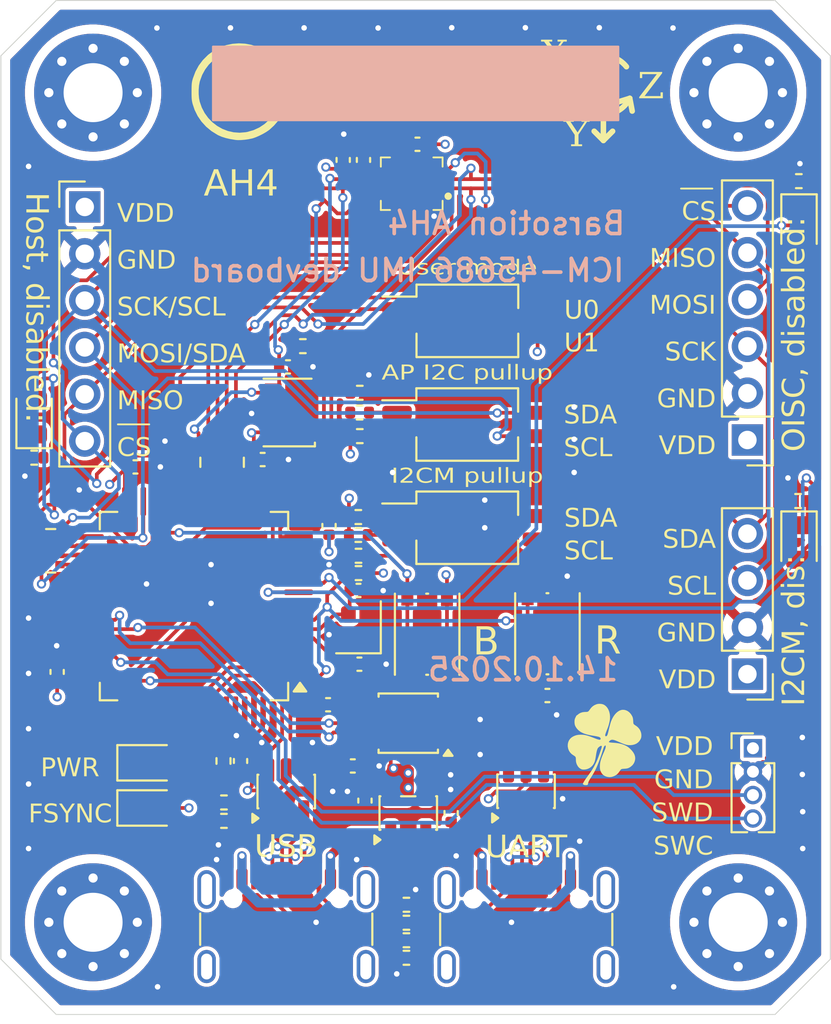
<source format=kicad_pcb>
(kicad_pcb (version 20241229) (generator "pcbnew") (generator_version "9.0")
  (layers (0 "F.Cu" signal) (4 "In1.Cu" signal) (6 "In2.Cu" signal) (2 "B.Cu" signal) (13 "F.Paste" user) (15 "B.Paste" user) (5 "F.SilkS" user "F.Silkscreen") (7 "B.SilkS" user "B.Silkscreen") (1 "F.Mask" user) (3 "B.Mask" user) (25 "Edge.Cuts" user))
  (net 0 "")
  (net 1 "GND")
  (net 3 "Net-(U5-V3)")
  (net 4 "Net-(U5-TNOW{slash}~{DTR})")
  (net 6 "/NRST")
  (net 11 "/SWD")
  (net 12 "Net-(U6-EN)")
  (net 13 "/USB_HS+")
  (net 18 "VDD")
  (net 19 "/SWC")
  (net 20 "/USB_HS-")
  (net 24 "Net-(U2-OSC_OUT{slash}PD1)")
  (net 25 "Net-(U2-OSC_IN{slash}PD0)")
  (net 26 "/FSYNC")
  (net 30 "Net-(D1-K)")
  (net 31 "/DIP_1")
  (net 35 "/DIP_2")
  (net 36 "/I2CM_LED")
  (net 37 "Net-(D4-K)")
  (net 38 "/OIS_LED")
  (net 40 "Net-(D5-K)")
  (net 42 "Net-(D2-K)")
  (net 43 "/AP_LED")
  (net 45 "Net-(J1-CC2)")
  (net 55 "Net-(J1-CC1)")
  (net 59 "Net-(J2-CC2)")
  (net 61 "Net-(J2-CC1)")
  (net 64 "/AUX1_SCK")
  (net 65 "/AUX1_MOSI")
  (net 66 "/AUX1_MISO")
  (net 67 "/~{AUX1_CS}")
  (net 68 "/AP_SCK")
  (net 69 "/~{AP_CS}")
  (net 70 "/AP_MOSI")
  (net 71 "/AP_MISO")
  (net 72 "Net-(RN1-R1.1)")
  (net 73 "Net-(RN1-R4.1)")
  (net 74 "Net-(RN1-R2.1)")
  (net 75 "Net-(RN1-R3.1)")
  (net 76 "Net-(RN2-R2.1)")
  (net 77 "Net-(RN2-R3.1)")
  (net 78 "Net-(RN2-R4.1)")
  (net 79 "Net-(RN2-R1.1)")
  (net 80 "/RXD")
  (net 81 "/TXD")
  (net 82 "/FSYNC_EN")
  (net 83 "/USB_UART+")
  (net 84 "/USB_UART-")
  (net 88 "/INT1")
  (net 89 "Net-(D3-K)")
  (net 91 "Net-(R12-Pad1)")
  (net 92 "Net-(R13-Pad1)")
  (net 93 "Net-(R14-Pad1)")
  (net 94 "Net-(R15-Pad1)")
  (net 95 "/D1+")
  (net 96 "/D1-")
  (net 97 "/D2-")
  (net 98 "/D2+")
  (net 99 "/BOOT1")
  (net 100 "Net-(U2-BOOT0)")
  (footprint "Connector_PinHeader_1.27mm:PinHeader_1x04_P1.27mm_Vertical" (layer "F.Cu") (at 229.8 105.56)
    (property "Reference" "J6" (hide yes))
    (property "Value" "Prog_conn" (hide yes))
  )
  (footprint "Connector_USB:USB_C_Receptacle_GCT_USB4105-xx-A_16P_TopMnt_Horizontal" (layer "F.Cu") (at 217.5 116.34)
    (property "Reference" "J2" (hide yes))
    (property "Value" "USB_C_Receptacle_USB2.0_16P" (hide yes))
  )
  (footprint "Resistor_SMD:R_0402_1005Metric" (layer "F.Cu") (at 205.38 83.75 180)
    (property "Reference" "R7" (hide yes))
    (property "Value" "10k" (hide yes))
  )
  (footprint "Capacitor_SMD:C_0402_1005Metric" (layer "F.Cu") (at 204.575 84.875)
    (property "Reference" "C7" (hide yes))
    (property "Value" "12pF" (hide yes))
  )
  (footprint "Package_TO_SOT_SMD:SOT-23-5" (layer "F.Cu") (at 211.1 109.075 90)
    (property "Reference" "U6" (hide yes))
    (property "Value" "AP2112K-3.3" (hide yes))
  )
  (footprint "Resistor_SMD:R_0402_1005Metric" (layer "F.Cu") (at 211 114.05)
    (property "Reference" "R2" (hide yes))
    (property "Value" "5.1k" (hide yes))
  )
  (footprint "Resistor_SMD:R_0402_1005Metric" (layer "F.Cu") (at 208.46 87.35 180)
    (property "Reference" "R12" (hide yes))
    (property "Value" "5.1k" (hide yes))
  )
  (footprint "Resistor_SMD:R_Array_Convex_4x0402" (layer "F.Cu") (at 201 90.05 90)
    (property "Reference" "RN2" (hide yes))
    (property "Value" "47" (hide yes))
  )
  (footprint "Resistor_SMD:R_0402_1005Metric" (layer "F.Cu") (at 201.075 106.25 90)
    (property "Reference" "R17" (hide yes))
    (property "Value" "1k" (hide yes))
  )
  (footprint "Capacitor_SMD:C_0402_1005Metric" (layer "F.Cu") (at 196.3 90.3)
    (property "Reference" "C8" (hide yes))
    (property "Value" "0.1uF" (hide yes))
  )
  (footprint "Button_Switch_SMD:SW_DIP_SPSTx02_Slide_Copal_CHS-02B_W7.62mm_P1.27mm" (layer "F.Cu") (at 214.3 88)
    (property "Reference" "SW3" (hide yes))
    (property "Value" "AP_I2C_R" (hide yes))
  )
  (footprint "Button_Switch_SMD:SW_Push_1P1T_NO_Vertical_Wuerth_434133025816" (layer "F.Cu") (at 212.125 99.375 90)
    (property "Reference" "SW5" (hide yes))
    (property "Value" "Boot" (hide yes))
  )
  (footprint "Resistor_SMD:R_0402_1005Metric" (layer "F.Cu") (at 201.1 109.5)
    (property "Reference" "R8" (hide yes))
    (property "Value" "1.5k" (hide yes))
  )
  (footprint "Resistor_SMD:R_0402_1005Metric" (layer "F.Cu") (at 208.39 93.02 180)
    (property "Reference" "R14" (hide yes))
    (property "Value" "5.1k" (hide yes))
  )
  (footprint "LED_SMD:LED_0805_2012Metric" (layer "F.Cu") (at 232.3 77.2 -90)
    (property "Reference" "D4" (hide yes))
    (property "Value" "Red LED" (hide yes))
  )
  (footprint "Connector_USB:USB_C_Receptacle_GCT_USB4105-xx-A_16P_TopMnt_Horizontal" (layer "F.Cu") (at 204.48 116.325)
    (property "Reference" "J1" (hide yes))
    (property "Value" "USB_C_Receptacle_USB2.0_16P" (hide yes))
  )
  (footprint "MountingHole:MountingHole_3.2mm_M3_Pad_Via" (layer "F.Cu") (at 194 115)
    (property "Reference" "H3" (hide yes))
    (property "Value" "MountingHole" (hide yes))
  )
  (footprint "Resistor_SMD:R_0402_1005Metric" (layer "F.Cu") (at 208.39 93.99 180)
    (property "Reference" "R15" (hide yes))
    (property "Value" "5.1k" (hide yes))
  )
  (footprint "Logos:Linkkalu_v1_5.7x6mm" (layer "F.Cu") (at 202 69.8)
    (property "Reference" "REF**" (hide yes))
    (property "Value" "Linkkalu_v1_5.7x6mm" (hide yes))
  )
  (footprint "LED_SMD:LED_0805_2012Metric" (layer "F.Cu") (at 190.8 87.6 90)
    (property "Reference" "D5" (hide yes))
    (property "Value" "Red LED" (hide yes))
  )
  (footprint "Capacitor_SMD:C_0402_1005Metric" (layer "F.Cu") (at 213.425 109.075 90)
    (property "Reference" "C3" (hide yes))
    (property "Value" "1uF" (hide yes))
  )
  (footprint "Connector_PinHeader_2.54mm:PinHeader_1x06_P2.54mm_Vertical" (layer "F.Cu") (at 193.548 76.2)
    (property "Reference" "J5" (hide yes))
    (property "Value" "AP" (hide yes))
  )
  (footprint "Resistor_SMD:R_0402_1005Metric" (layer "F.Cu") (at 190.8 89.8 180)
    (property "Reference" "R11" (hide yes))
    (property "Value" "1.5k" (hide yes))
  )
  (footprint "Package_QFP:LQFP-64_10x10mm_P0.5mm" (layer "F.Cu") (at 199.475 97.85 180)
    (property "Reference" "U2" (hide yes))
    (property "Value" "CH32V305RBT6" (hide yes))
  )
  (footprint "Button_Switch_SMD:SW_Push_1P1T_NO_Vertical_Wuerth_434133025816" (layer "F.Cu") (at 218.65 99.35 -90)
    (property "Reference" "SW2" (hide yes))
    (property "Value" "SW_Push" (hide yes))
  )
  (footprint "Capacitor_SMD:C_0402_1005Metric" (layer "F.Cu") (at 208.67 73.65 -90)
    (property "Reference" "C15" (hide yes))
    (property "Value" "1uF" (hide yes))
  )
  (footprint "MountingHole:MountingHole_3.2mm_M3_Pad_Via" (layer "F.Cu") (at 194 70)
    (property "Reference" "H1" (hide yes))
    (property "Value" "MountingHole" (hide yes))
  )
  (footprint "Oscillator:Oscillator_SMD_EuroQuartz_XO32-4Pin_3.2x2.5mm" (layer "F.Cu") (at 204.55 87.35 180)
    (property "Reference" "Y2" (hide yes))
    (property "Value" "Generator 32.768 kHz" (hide yes))
  )
  (footprint "Capacitor_SMD:C_0402_1005Metric" (layer "F.Cu") (at 206.8 93.5 -90)
    (property "Reference" "C16" (hide yes))
    (property "Value" "0.1uF" (hide yes))
  )
  (footprint "Capacitor_SMD:C_0402_1005Metric" (layer "F.Cu") (at 208.09 106.52)
    (property "Reference" "C1" (hide yes))
    (property "Value" "100nF" (hide yes))
  )
  (footprint "Crystal:Crystal_SMD_2016-4Pin_2.0x1.6mm" (layer "F.Cu") (at 208.4 99 90)
    (property "Reference" "Y1" (hide yes))
    (property "Value" "Crystal_GND24" (hide yes))
  )
  (footprint "LED_SMD:LED_0805_2012Metric" (layer "F.Cu") (at 197 108.8)
    (property "Reference" "D1" (hide yes))
    (property "Value" "Yellow LED" (hide yes))
  )
  (footprint "LED_SMD:LED_0805_2012Metric" (layer "F.Cu") (at 232.3 94.4 -90)
    (property "Reference" "D3" (hide yes))
    (property "Value" "Red LED" (hide yes))
  )
  (footprint "Resistor_SMD:R_0402_1005Metric" (layer "F.Cu") (at 208.47 86.28)
    (property "Reference" "R6" (hide yes))
    (property "Value" "10k" (hide yes))
  )
  (footprint "Resistor_SMD:R_0402_1005Metric" (layer "F.Cu") (at 201.1 108.5)
    (property "Reference" "R16" (hide yes))
    (property "Value" "1k" (hide yes))
  )
  (footprint "Capacitor_SMD:C_0402_1005Metric" (layer "F.Cu") (at 211.6 72.8 180)
    (property "Reference" "C13" (hide yes))
    (property "Value" "100nF" (hide yes))
  )
  (footprint "Button_Switch_SMD:SW_DIP_SPSTx02_Slide_Copal_CHS-02B_W7.62mm_P1.27mm" (layer "F.Cu") (at 214.3 93.6)
    (property "Reference" "SW4" (hide yes))
    (property "Value" "I2CM_R" (hide yes))
  )
  (footprint "Capacitor_SMD:C_0402_1005Metric" (layer "F.Cu") (at 206.75 103.2 180)
    (property "Reference" "C2" (hide yes))
    (property "Value" "100nF" (hide yes))
  )
  (footprint "Connector_PinHeader_2.54mm:PinHeader_1x06_P2.54mm_Vertical" (layer "F.Cu") (at 229.5 88.84 180)
    (property "Reference" "J4" (hide yes))
    (property "Value" "AUX1" (hide yes))
  )
  (footprint "Capacitor_SMD:C_0402_1005Metric" (layer "F.Cu") (at 208.75 108.4 90)
    (property "Reference" "C4" (hide yes))
    (property "Value" "1uF" (hide yes))
  )
  (footprint "Logos:4list_1_4x4.4" (layer "F.Cu") (at 221.849286 108.89968)
    (property "Reference" "REF**" (hide yes))
    (property "Value" "4list_1_4x4.4" (hide yes))
  )
  (footprint "Button_Switch_SMD:SW_DIP_SPSTx02_Slide_Copal_CHS-02B_W7.62mm_P1.27mm" (layer "F.Cu") (at 214.30752 82.377484)
    (property "Reference" "SW1" (hide yes))
    (property "Value" "SW_DIP_x02" (hide yes))
  )
  (footprint "Capacitor_SMD:C_0402_1005Metric" (layer "F.Cu") (at 207.57 73.65 90)
    (property "Reference" "C14" (hide yes))
    (property "Value" "100nF" (hide yes))
  )
  (footprint "Resistor_SMD:R_0402_1005Metric" (layer "F.Cu") (at 211 115.025)
    (property "Reference" "R3" (hide yes))
    (property "Value" "5.1k" (hide yes))
  )
  (footprint "Resistor_SMD:R_0402_1005Metric" (layer "F.Cu") (at 208.4 96.06 180)
    (property "Reference" "R1" (hide yes))
    (property "Value" "10k" (hide yes))
  )
  (footprint "Capacitor_SMD:C_0402_1005Metric" (layer "F.Cu") (at 208.45 101 180)
    (property "Reference" "C6" (hide yes))
    (property "Value" "12pF" (hide yes))
  )
  (footprint "Resistor_SMD:R_0402_1005Metric" (layer "F.Cu") (at 211 115.975 180)
    (property "Reference" "R5" (hide yes))
    (property "Value" "5.1k" (hide yes))
  )
  (footprint "Capacitor_SMD:C_0402_1005Metric" (layer "F.Cu") (at 203.2 89.9)
    (property "Reference" "C11" (hide yes))
    (property "Value" "0.1uF" (hide yes))
  )
  (footprint "MountingHole:MountingHole_3.2mm_M3_Pad_Via" (layer "F.Cu") (at 229 70)
    (property "Reference" "H2" (hide yes))
    (property "Value" "MountingHole" (hide yes))
  )
  (footprint "Resistor_SMD:R_0402_1005Metric" (layer "F.Cu") (at 211 116.925 180)
    (property "Reference" "R4" (hide yes))
    (property "Value" "5.1k" (hide yes))
  )
  (footprint "Package_SO:MSOP-10_3x3mm_P0.5mm" (layer "F.Cu") (at 211.1 104.2 180)
    (property "Reference" "U5" (hide yes))
    (property "Value" "CH340X" (hide yes))
  )
  (footprint "Capacitor_SMD:C_0402_1005Metric" (layer "F.Cu") (at 208.4 97)
    (property "Reference" "C5" (hide yes))
    (property "Value" "12pF" (hide yes))
  )
  (footprint "Package_TO_SOT_SMD:SOT-23-6" (layer "F.Cu") (at 204.48 107.9075 90)
    (property "Reference" "U3" (hide yes))
    (property "Value" "USBLC6-2SC6" (hide yes))
  )
  (footprint "Resistor_SMD:R_Array_Convex_4x0402" (layer "F.Cu") (at 191.7 94.85 180)
    (property "Reference" "RN1" (hide yes))
    (property "Value" "47" (hide yes))
  )
  (footprint "Resistor_SMD:R_0402_1005Metric" (layer "F.Cu") (at 208.4 95.12 180)
    (property "Reference" "R18" (hide yes))
    (property "Value" "10k" (hide yes))
  )
  (footprint "MountingHole:MountingHole_3.2mm_M3_Pad_Via" (layer "F.Cu") (at 229 115)
    (property "Reference" "H4" (hide yes))
    (property "Value" "MountingHole" (hide yes))
  )
  (footprint "Resistor_SMD:R_0402_1005Metric" (layer "F.Cu") (at 232.25 92.15 180)
    (property "Reference" "R9" (hide yes))
    (property "Value" "1.5k" (hide yes))
  )
  (footprint "Resistor_SMD:R_0402_1005Metric" (layer "F.Cu") (at 208.47 88.63 180)
    (property "Reference" "R13" (hide yes))
    (property "Value" "5.1k" (hide yes))
  )
  (footprint "CustomPackage:ICM-45686" (layer "F.Cu") (at 211.291682 74.966464)
    (property "Reference" "U1" (hide yes))
    (property "Value" "ICM-45686" (hide yes))
  )
  (footprint "Package_TO_SOT_SMD:SOT-23-6" (layer "F.Cu") (at 217.489854 107.89173 90)
    (property "Reference" "U4" (hide yes))
    (property "Value" "USBLC6-2SC6" (hide yes))
  )
  (footprint "Connector_PinHeader_2.54mm:PinHeader_1x04_P2.54mm_Vertical" (layer "F.Cu") (at 229.5 101.54 180)
    (property "Reference" "J3" (hide yes))
    (property "Value" "I2CM" (hide yes))
  )
  (footprint "LED_SMD:LED_0805_2012Metric" (layer "F.Cu") (at 197 106.35)
    (property "Reference" "D2" (hide yes))
    (property "Value" "Yellow LED" (hide yes))
  )
  (footprint "Resistor_SMD:R_0402_1005Metric" (layer "F.Cu") (at 232.29 74.8)
    (property "Reference" "R10" (hide yes))
    (property "Value" "1.5k" (hide yes))
  )
  (footprint "Capacitor_SMD:C_0402_1005Metric" (layer "F.Cu") (at 218.65 102.7)
    (property "Reference" "C12" (hide yes))
    (property "Value" "1uF" (hide yes))
  )
  (footprint "Capacitor_SMD:C_0402_1005Metric" (layer "F.Cu") (at 192.05 101.42 90)
    (property "Reference" "C10" (hide yes))
    (property "Value" "0.1uF" (hide yes))
  )
  (footprint "Capacitor_SMD:C_0402_1005Metric" (layer "F.Cu") (at 202 106.25 90)
    (property "Reference" "C9" (hide yes))
    (property "Value" "100nF" (hide yes))
  )
  (gr_line (start 221.686252 72.593126) (end 222.186252 72.093126) (stroke (width 0.3)) (layer "F.SilkS"))
  (gr_line (start 223.118034 70.309017) (end 222.5 70.5) (stroke (width 0.3)) (layer "F.SilkS"))
  (gr_arc (start 223.118034 70.309017) (mid 220.094379 69.76177) (end 222.936252 68.593126) (stroke (width 0.3)) (layer "F.SilkS"))
  (gr_line (start 218.686252 69.593126) (end 219.186252 69.093126) (stroke (width 0.3)) (layer "F.SilkS"))
  (gr_line (start 218.686252 69.593126) (end 219.186252 70.093126) (stroke (width 0.3)) (layer "F.SilkS"))
  (gr_circle (center 221.686252 69.593126) (end 221.686252 70.093126) (stroke (width 0.3)) (fill yes) (layer "F.SilkS"))
  (gr_line (start 221.686252 69.593126) (end 221.686252 72.593126) (stroke (width 0.3)) (layer "F.SilkS"))
  (gr_line (start 195.346646 87.993293) (end 197.046646 87.993293) (stroke (width 0.1)) (layer "F.SilkS"))
  (gr_line (start 225.896646 75.203293) (end 227.596646 75.203293) (stroke (width 0.1)) (layer "F.SilkS"))
  (gr_line (start 221.686252 72.593126) (end 221.186252 72.093126) (stroke (width 0.3)) (layer "F.SilkS"))
  (gr_line (start 221.686252 69.593126) (end 218.686252 69.593126) (stroke (width 0.3)) (layer "F.SilkS"))
  (gr_line (start 223.118034 70.309017) (end 223.25 71) (stroke (width 0.3)) (layer "F.SilkS"))
  (gr_rect (start 200.5 67.5) (end 222.5 71.5) (stroke (width 0.1)) (fill yes) (layer "B.SilkS"))
  (gr_line (start 231 65) (end 234 68) (stroke (width 0.05)) (layer "Edge.Cuts"))
  (gr_line (start 231 120) (end 234 117) (stroke (width 0.05)) (layer "Edge.Cuts"))
  (gr_line (start 189 68) (end 189 117) (stroke (width 0.05)) (layer "Edge.Cuts"))
  (gr_line (start 189 68) (end 192 65) (stroke (width 0.05)) (layer "Edge.Cuts"))
  (gr_line (start 189 117) (end 192 120) (stroke (width 0.05)) (layer "Edge.Cuts"))
  (gr_line (start 192 120) (end 231 120) (stroke (width 0.05)) (layer "Edge.Cuts"))
  (gr_line (start 231 65) (end 192 65) (stroke (width 0.05)) (layer "Edge.Cuts"))
  (gr_line (start 234 117) (end 234 68) (stroke (width 0.05)) (layer "Edge.Cuts"))
  (gr_text "SDA" (at 227.796646 94.273293 0) (layer "F.SilkS") (effects (font (size 1 1) (thickness 0.12)) (justify right)))
  (gr_text "SCL" (at 219.556646 94.903293 0) (layer "F.SilkS") (effects (font (size 1 1) (thickness 0.12)) (justify left)))
  (gr_text "I2CM, dis:" (at 232.078358 103.28032 90) (layer "F.SilkS") (effects (font (size 1.2 1.2) (thickness 0.12)) (justify left)))
  (gr_text "SWC" (at 227.647755 110.912372 0) (layer "F.SilkS") (effects (font (size 1 1) (thickness 0.12)) (justify right)))
  (gr_text "MISO" (at 227.796646 79.033293 0) (layer "F.SilkS") (effects (font (size 1 1) (thickness 0.12)) (justify right)))
  (gr_text "GND" (at 227.647755 107.312372 0) (layer "F.SilkS") (effects (font (size 1 1) (thickness 0.12)) (justify right)))
  (gr_text "U0" (at 219.554166 81.845777 0) (layer "F.SilkS") (effects (font (size 1 1) (thickness 0.12)) (justify left)))
  (gr_text "CS" (at 195.296646 89.293293 0) (layer "F.SilkS") (effects (font (size 1 1) (thickness 0.12)) (justify left)))
  (gr_text "MISO" (at 195.296646 86.753293 0) (layer "F.SilkS") (effects (font (size 1 1) (thickness 0.12)) (justify left)))
  (gr_text "OISC, disabled:" (at 232.087754 89.480964 90) (layer "F.SilkS") (effects (font (size 1.2 1.2) (thickness 0.12)) (justify left)))
  (gr_text "U1" (at 219.554166 83.620777 0) (layer "F.SilkS") (effects (font (size 1 1) (thickness 0.12)) (justify left)))
  (gr_text "SDA\n" (at 219.556646 93.128293 0) (layer "F.SilkS") (effects (font (size 1 1) (thickness 0.12)) (justify left)))
  (gr_text "SWD" (at 227.647755 109.112372 0) (layer "F.SilkS") (effects (font (size 1 1) (thickness 0.12)) (justify right)))
  (gr_text "MOSI/SDA" (at 195.296646 84.213293 0) (layer "F.SilkS") (effects (font (size 1 1) (thickness 0.12)) (justify left)))
  (gr_text "I2CM pullup" (at 214.297097 91.295195 0) (layer "F.SilkS") (effects (font (size 0.8 1) (thickness 0.12)) (justify bottom)))
  (gr_text "PWR" (at 192.75 107.25 0) (layer "F.SilkS") (effects (font (size 1 1) (thickness 0.12)) (justify bottom)))
  (gr_text "R" (at 221.2 99.8 0) (layer "F.SilkS") (effects (font (size 1.5 1.5) (thickness 0.12)) (justify left)))
  (gr_text "VDD" (at 227.647755 105.512372 0) (layer "F.SilkS") (effects (font (size 1 1) (thickness 0.12)) (justify right)))
  (gr_text "User mode" (at 214.298705 79.996958 0) (layer "F.SilkS") (effects (font (size 0.8 1) (thickness 0.12)) (justify bottom)))
  (gr_text "B" (at 214.6 99.85 0) (layer "F.SilkS") (effects (font (size 1.5 1.5) (thickness 0.12)) (justify left)))
  (gr_text "Z" (at 223.536252 70.543126 0) (layer "F.SilkS") (effects (font (size 1.4 1.5) (thickness 0.3)) (justify left bottom)))
  (gr_text "SCL" (at 227.796646 96.813293 0) (layer "F.SilkS") (effects (font (size 1 1) (thickness 0.12)) (justify right)))
  (gr_text "GND" (at 195.296646 79.133293 0) (layer "F.SilkS") (effects (font (size 1 1) (thickness 0.12)) (justify left)))
  (gr_text "CS" (at 227.796646 76.493293 0) (layer "F.SilkS") (effects (font (size 1 1) (thickness 0.12)) (justify right)))
  (gr_text "USB" (at 204.475 111.65 0) (layer "F.SilkS") (effects (font (size 1.2 1.2) (thickness 0.12)) (justify bottom)))
  (gr_text "UART" (at 217.5 111.675 0) (layer "F.SilkS") (effects (font (size 1.2 1.2) (thickness 0.12)) (justify bottom)))
  (gr_text "GND" (at 227.796646 86.653293 0) (layer "F.SilkS") (effects (font (size 1 1) (thickness 0.12)) (justify right)))
  (gr_text "X" (at 218.286252 68.793126 0) (layer "F.SilkS") (effects (font (size 1.4 1.5) (thickness 0.3)) (justify left bottom)))
  (gr_text "SCK" (at 227.796646 84.113293 0) (layer "F.SilkS") (effects (font (size 1 1) (thickness 0.12)) (justify right)))
  (gr_text "VDD" (at 195.296646 76.593293 0) (layer "F.SilkS") (effects (font (size 1 1) (thickness 0.12)) (justify left)))
  (gr_text "GND" (at 227.796646 99.353293 0) (layer "F.SilkS") (effects (font (size 1 1) (thickness 0.12)) (justify right)))
  (gr_text "Host, disabled:" (at 190.878481 75.397983 270) (layer "F.SilkS") (effects (font (size 1.2 1.2) (thickness 0.12)) (justify left)))
  (gr_text "VDD" (at 227.796646 89.193293 0) (layer "F.SilkS") (effects (font (size 1 1) (thickness 0.12)) (justify right)))
  (gr_text "Y" (at 219.536252 73.143126 0) (layer "F.SilkS") (effects (font (size 1.4 1.5) (thickness 0.3)) (justify left bottom)))
  (gr_text "FSYNC" (at 192.7625 109.75 0) (layer "F.SilkS") (effects (font (size 1 1) (thickness 0.12)) (justify bottom)))
  (gr_text "MOSI" (at 227.796646 81.573293 0) (layer "F.SilkS") (effects (font (size 1 1) (thickness 0.12)) (justify right)))
  (gr_text "ICM-45658" (at 211.4 69.1 0) (layer "F.SilkS") (effects (font (size 1.6 1.5) (thickness 0.12))))
  (gr_text "VDD" (at 227.796646 101.893293 0) (layer "F.SilkS") (effects (font (size 1 1) (thickness 0.12)) (justify right)))
  (gr_text "SCL" (at 219.531646 89.303293 0) (layer "F.SilkS") (effects (font (size 1 1) (thickness 0.12)) (justify left)))
  (gr_text "SCK/SCL" (at 195.296646 81.673293 0) (layer "F.SilkS") (effects (font (size 1 1) (thickness 0.12)) (justify left)))
  (gr_text "AH4" (at 200 75 0) (layer "F.SilkS") (effects (font (size 1.4 1.4) (thickness 0.12)) (justify left)))
  (gr_text "SDA\n" (at 219.531646 87.528293 0) (layer "F.SilkS") (effects (font (size 1 1) (thickness 0.12)) (justify left)))
  (gr_text "AP I2C pullup" (at 214.296726 85.699021 0) (layer "F.SilkS") (effects (font (size 0.8 1) (thickness 0.12)) (justify bottom)))
  (gr_text "14.10.2025" (at 222.6 102 0) (layer "B.SilkS") (effects (font (size 1.2 1.2) (thickness 0.2) (bold yes)) (justify left bottom mirror)))
  (gr_text "Barsotion AH4" (at 222.984593 77.798069 0) (layer "B.SilkS") (effects (font (size 1.2 1.2) (thickness 0.2) (bold yes)) (justify left bottom mirror)))
  (gr_text "ICM-45686 IMU devboard" (at 222.934593 80.348069 0) (layer "B.SilkS") (effects (font (size 1.2 1.2) (thickness 0.2) (bold yes)) (justify left bottom mirror)))
  (segment (start 207.57 73.17) (end 207.57 72.28) (width 0.2) (layer "F.Cu") (net 1))
  (segment (start 202 105.2329) (end 202 105.09145) (width 0.2) (layer "F.Cu") (net 1))
  (segment (start 220.7 109.175) (end 220.7 112.66) (width 0.2) (layer "F.Cu") (net 1))
  (segment (start 231.7 92.11) (end 231.74 92.15) (width 0.2) (layer "F.Cu") (net 1))
  (segment (start 200.82 110.82) (end 200.8 110.8) (width 0.2) (layer "F.Cu") (net 1))
  (segment (start 211.1 108.901) (end 212.574 108.901) (width 0.2) (layer "F.Cu") (net 1))
  (segment (start 210.49 116.925) (end 210.49 117.785) (width 0.2) (layer "F.Cu") (net 1))
  (segment (start 208.57 106.855) (end 207.525 107.9) (width 0.2) (layer "F.Cu") (net 1))
  (segment (start 211.51 114.05) (end 211.51 113.235) (width 0.2) (layer "F.Cu") (net 1))
  (segment (start 204.87 83.75) (end 204.87 84.69) (width 0.2) (layer "F.Cu") (net 1))
  (segment (start 211.51 113.235) (end 211.5 113.225) (width 0.2) (layer "F.Cu") (net 1))
  (segment (start 219.7 96.2) (end 219.725 96.225) (width 0.2) (layer "F.Cu") (net 1))
  (segment (start 231.5 105.13) (end 230.551 106.079) (width 0.2) (layer "F.Cu") (net 1))
  (segment (start 207.1 99.7) (end 206.8 99.4) (width 0.2) (layer "F.Cu") (net 1))
  (segment (start 196.78 90.3) (end 197.651 90.3) (width 0.2) (layer "F.Cu") (net 1))
  (segment (start 219.13 103.73) (end 219.15 103.75) (width 0.2) (layer "F.Cu") (net 1))
  (segment (start 206.8 95.600003) (end 206.999997 95.600003) (width 0.2) (layer "F.Cu") (net 1))
  (segment (start 217.489854 108.366731) (end 217.489854 109.02923) (width 0.2) (layer "F.Cu") (net 1))
  (segment (start 201.075 106.76) (end 201.075 107.965) (width 0.2) (layer "F.Cu") (net 1))
  (segment (start 201.28 110.82) (end 201.61 110.49) (width 0.2) (layer "F.Cu") (net 1))
  (segment (start 213.824 111.901) (end 214.225 111.5) (width 0.2) (layer "F.Cu") (net 1))
  (segment (start 214.8 104.2) (end 215 104) (width 0.2) (layer "F.Cu") (net 1))
  (segment (start 202.725 104.36645) (end 202.725 103.525) (width 0.2) (layer "F.Cu") (net 1))
  (segment (start 201.075 107.965) (end 201.61 108.5) (width 0.2) (layer "F.Cu") (net 1))
  (segment (start 232.2 73.8) (end 232.311091 73.8) (width 0.2) (layer "F.Cu") (net 1))
  (segment (start 201.28 112.645) (end 201.28 110.82) (width 0.2) (layer "F.Cu") (net 1))
  (segment (start 219.65 102.7) (end 219.725 102.625) (width 0.2) (layer "F.Cu") (net 1))
  (segment (start 206.999997 95.600003) (end 207.48 95.12) (width 0.2) (layer "F.Cu") (net 1))
  (segment (start 196.225 90.955) (end 196.88 90.3) (width 0.2) (layer "F.Cu") (net 1))
  (segment (start 210.2 72.8) (end 211.12 72.8) (width 0.2) (layer "F.Cu") (net 1))
  (segment (start 219.725 97.275) (end 219.725 96.225) (width 0.2) (layer "F.Cu") (net 1))
  (segment (start 208.98 86.28) (end 208.98 85.33) (width 0.2) (layer "F.Cu") (net 1))
  (segment (start 202.725 90.855) (end 203.68 89.9) (width 0.2) (layer "F.Cu") (net 1))
  (segment (start 231.7 90.9) (end 231.7 92.11) (width 0.2) (layer "F.Cu") (net 1))
  (segment (start 202 105.1) (end 202 105.2329) (width 0.2) (layer "F.Cu") (net 1))
  (segment (start 211.1 110.2125) (end 211.1 108.901) (width 0.2) (layer "F.Cu") (net 1))
  (segment (start 207.97 99.82) (end 207.85 99.7) (width 0.2) (layer "F.Cu") (net 1))
  (segment (start 205.055 86.005) (end 205.325 86.275) (width 0.2) (layer "F.Cu") (net 1))
  (segment (start 212.574 108.901) (end 212.88 108.595) (width 0.2) (layer "F.Cu") (net 1))
  (segment (start 203.65755 89.9) (end 203.68 89.9) (width 0.2) (layer "F.Cu") (net 1))
  (segment (start 211.55 113.175) (end 211.5 113.225) (width 0.2) (layer "F.Cu") (net 1))
  (segment (start 192.05 100.94) (end 192.21 101.1) (width 0.2) (layer "F.Cu") (net 1))
  (segment (start 211.291682 73.020353) (end 211.12 72.848671) (width 0.2) (layer "F.Cu") (net 1))
  (segment (start 201.28 110.82) (end 200.82 110.82) (width 0.2) (layer "F.Cu") (net 1))
  (segment (start 208.67 73.17) (end 209.83 73.17) (width 0.2) (layer "F.Cu") (net 1))
  (segment (start 207.68 112.645) (end 207.68 111.645) (width 0.2) (layer "F.Cu") (net 1))
  (segment (start 208.88 98.23) (end 208.95 98.3) (width 0.2) (layer "F.Cu") (net 1))
  (segment (start 211.291682 74.028964) (end 211.291682 73.020353) (width 0.2) (layer "F.Cu") (net 1))
  (segment (start 208.57 106.52) (end 209.52 106.52) (width 0.2) (layer "F.Cu") (net 1))
  (segment (start 208.98 85.33) (end 208.96 85.31) (width 0.2) (layer "F.Cu") (net 1))
  (segment (start 207.57 73.17) (end 208.67 73.17) (width 0.2) (layer "F.Cu") (net 1))
  (segment (start 205.925 84.875) (end 205.93 84.87) (width 0.2) (layer "F.Cu") (net 1))
  (segment (start 190.29 90.79) (end 190.3 90.8) (width 0.2) (layer "F.Cu") (net 1))
  (segment (start 208.75 108.88) (end 208.771 108.901) (width 0.2) (layer "F.Cu") (net 1))
  (segment (start 212.88 108.595) (end 213.425 108.595) (width 0.2) (layer "F.Cu") (net 1))
  (segment (start 230.551 106.311) (end 230.319 106.311) (width 0.2) (layer "F.Cu") (net 1))
  (segment (start 202 105.09145) (end 202.725 104.36645) (width 0.2) (layer "F.Cu") (net 1))
  (segment (start 204.87 84.69) (end 205.055 84.875) (width 0.2) (layer "F.Cu") (net 1))
  (segment (start 201.775 104.875) (end 202 105.1) (width 0.2) (layer "F.Cu") (net 1))
  (segment (start 214.3 112.66) (end 214.3 111.575) (width 0.2) (layer "F.Cu") (net 1))
  (segment (start 207.825 111.5) (end 208.226 111.901) (width 0.2) (layer "F.Cu") (net 1))
  (segment (start 217.906585 107.95) (end 217.489854 108.366731) (width 0.2) (layer "F.Cu") (net 1))
  (segment (start 219.725 101.425) (end 219.725 97.275) (width 0.2) (layer "F.Cu") (net 1))
  (segment (start 214.3 111.575) (end 214.225 111.5) (width 0.2) (layer "F.Cu") (net 1))
  (segment (start 204.48 108.690532) (end 205.270532 107.9) (width 0.2) (layer "F.Cu") (net 1))
  (segment (start 192.21 101.1) (end 193.8 101.1) (width 0.2) (layer "F.Cu") (net 1))
  (segment (start 205.055 84.875) (end 205.925 84.875) (width 0.2) (layer "F.Cu") (net 1))
  (segment (start 219.125 107.95) (end 217.906585 107.95) (width 0.2) (layer "F.Cu") (net 1))
  (segment (start 192.05 100.94) (end 192.05 100.025) (width 0.2) (layer "F.Cu") (net 1))
  (segment (start 229.5 99) (end 231.5 101) (width 0.2) (layer "F.Cu") (net 1))
  (segment (start 219.825 108.3) (end 220.7 109.175) (width 0.2) (layer "F.Cu") (net 1))
  (segment (start 202.725 92.175) (end 202.725 90.855) (width 0.2) (layer "F.Cu") (net 1))
  (segment (start 196.225 92.175) (end 196.225 90.955) (width 0.2) (layer "F.Cu") (net 1))
  (segment (start 204.48 109.045) (end 204.48 108.690532) (width 0.2) (layer "F.Cu") (net 1))
  (segment (start 208.57 106.52) (end 208.57 106.855) (width 0.2) (layer "F.Cu") (net 1))
  (segment (start 231.5 101) (end 231.5 105.13) (width 0.2) (layer "F.Cu") (net 1))
  (segment (start 207.85 99.7) (end 207.1 99.7) (width 0.2) (layer "F.Cu") (net 1))
  (segment (start 207.68 111.645) (end 207.825 111.5) (width 0.2) (layer "F.Cu") (net 1))
  (segment (start 201.61 108.5) (end 201.61 109.5) (width 0.2) (layer "F.Cu") (net 1))
  (segment (start 208.88 97) (end 208.88 98.23) (width 0.2) (layer "F.Cu") (net 1))
  (segment (start 209.73 97) (end 209.74 97.01) (width 0.2) (layer "F.Cu") (net 1))
  (segment (start 205.270532 107.9) (end 207.525 107.9) (width 0.2) (layer "F.Cu") (net 1))
  (segment (start 219.13 102.7) (end 219.65 102.7) (width 0.2) (layer "F.Cu") (net 1))
  (segment (start 211.12 72.848671) (end 211.12 72.8) (width 0.2) (layer "F.Cu") (net 1))
  (segment (start 192.05 100.025) (end 192.025 100) (width 0.2) (layer "F.Cu") (net 1))
  (segment (start 219.475 108.3) (end 219.825 108.3) (width 0.2) (layer "F.Cu") (net 1))
  (segment (start 210.49 116.925) (end 210.49 115.975) (width 0.2) (layer "F.Cu") (net 1))
  (segment (start 209.83 73.17) (end 210.2 72.8) (width 0.2) (layer "F.Cu") (net 1))
  (segment (start 213.2125 104.2) (end 214.8 104.2) (width 0.2) (layer "F.Cu") (net 1))
  (segment (start 207.97 101) (end 207.97 99.82) (width 0.2) (layer "F.Cu") (net 1))
  (segment (start 208.88 97) (end 209.73 97) (width 0.2) (layer "F.Cu") (net 1))
  (segment (start 232.461091 73.85) (end 232.8 74.188909) (width 0.2) (layer "F.Cu") (net 1))
  (segment (start 219.13 102.7) (end 219.13 103.73) (width 0.2) (layer "F.Cu") (net 1))
  (segment (start 219.725 102.625) (end 219.725 101.425) (width 0.2) (layer "F.Cu") (net 1))
  (segment (start 207.77 107.9) (end 208.75 108.88) (width 0.2) (layer "F.Cu") (net 1))
  (segment (start 207.57 72.28) (end 207.6 72.25) (width 0.2) (layer "F.Cu") (net 1))
  (segment (start 232.8 74.188909) (end 232.8 74.8) (width 0.2) (layer "F.Cu") (net 1))
  (segment (start 211.51 115.025) (end 211.51 114.05) (width 0.2) (layer "F.Cu") (net 1))
  (segment (start 203.68 89.9) (end 204.6 89.9) (width 0.2) (layer "F.Cu") (net 1))
  (segment (start 230.319 106.311) (end 229.8 106.83) (width 0.2) (layer "F.Cu") (net 1))
  (segment (start 207.48 95.12) (end 207.89 95.12) (width 0.2) (layer "F.Cu") (net 1))
  (segment (start 210.49 117.785) (end 210.475 117.8) (width 0.2) (layer "F.Cu") (net 1))
  (segment (start 202 105.77) (end 202 105.2329) (width 0.2) (layer "F.Cu") (net 1))
  (segment (start 219.475 108.3) (end 219.125 107.95) (width 0.2) (layer "F.Cu") (net 1))
  (segment (start 190.29 89.8) (end 190.29 90.79) (width 0.2) (layer "F.Cu") (net 1))
  (segment (start 207.525 107.9) (end 207.77 107.9) (width 0.2) (layer "F.Cu") (net 1))
  (segment (start 208.771 108.901) (end 211.1 108.901) (width 0.2) (layer "F.Cu") (net 1))
  (segment (start 205.055 84.875) (end 205.055 86.005) (width 0.2) (layer "F.Cu") (net 1))
  (segment (start 201.61 110.49) (end 201.61 109.5) (width 0.2) (layer "F.Cu") (net 1))
  (segment (start 208.226 111.901) (end 213.824 111.901) (width 0.2) (layer "F.Cu") (net 1))
  (segment (start 230.551 106.079) (end 230.551 106.311) (width 0.2) (layer "F.Cu") (net 1))
  (via (at 232.5 109) (size 0.5) (drill 0.3) (layers "F.Cu" "B.Cu") (net 1))
  (via (at 232.5 111) (size 0.5) (drill 0.3) (layers "F.Cu" "B.Cu") (net 1))
  (via (at 209.74 97.01) (size 0.5) (drill 0.3) (layers "F.Cu" "B.Cu") (net 1))
  (via (at 207.8 107.9) (size 0.5) (drill 0.3) (layers "F.Cu" "B.Cu") (net 1))
  (via (at 201.454019 66.48698) (size 0.5) (drill 0.3) (layers "F.Cu" "B.Cu") (net 1))
  (via (at 190.5 107.5) (size 0.5) (drill 0.3) (layers "F.Cu" "B.Cu") (net 1))
  (via (at 192.025 100) (size 0.5) (drill 0.3) (layers "F.Cu" "B.Cu") (net 1))
  (via (at 220.1 90.6) (size 0.5) (drill 0.3) (layers "F.Cu" "B.Cu") (net 1))
  (via (at 207.6 72.25) (size 0.5) (drill 0.3) (layers "F.Cu" "B.Cu") (net 1))
  (via (at 225.463137 66.493346) (size 0.5) (drill 0.3) (layers "F.Cu" "B.Cu") (net 1))
  (via (at 209.463137 66.493346) (size 0.5) (drill 0.3) (layers "F.Cu" "B.Cu") (net 1))
  (via (at 205.9 105.25) (size 0.5) (drill 0.3) (layers "F.Cu" "B.Cu") (net 1))
  (via (at 200.4 97.7) (size 0.5) (drill 0.3) (layers "F.Cu" "B.Cu") (net 1))
  (via (at 205.448515 66.48698) (size 0.5) (drill 0.3) (layers "F.Cu" "B.Cu") (net 1))
  (via (at 211.5 113.225) (size 0.5) (drill 0.3) (layers "F.Cu" "B.Cu") (net 1))
  (via (at 203.15 105.25) (size 0.5) (drill 0.3) (layers "F.Cu" "B.Cu") (net 1))
  (via (at 206.8 95.600003) (size 0.5) (drill 0.3) (layers "F.Cu" "B.Cu") (net 1))
  (via (at 209.9 101) (size 0.5) (drill 0.3) (layers "F.Cu" "B.Cu") (net 1))
  (via (at 209.52 106.52) (size 0.5) (drill 0.3) (layers "F.Cu" "B.Cu") (net 1))
  (via (at 213.4 107) (size 0.5) (drill 0.3) (layers "F.Cu" "B.Cu") (net 1))
  (via (at 232.35 73.85) (size 0.5) (drill 0.3) (layers "F.Cu" "B.Cu") (net 1))
  (via (at 210.25 90.6) (size 0.5) (drill 0.3) (layers "F.Cu" "B.Cu") (net 1))
  (via (at 197.9 88.9) (size 0.5) (drill 0.3) (layers "F.Cu" "B.Cu") (net 1))
  (via (at 215 104) (size 0.5) (drill 0.3) (layers "F.Cu" "B.Cu") (net 1))
  (via (at 219.725 96.225) (size 0.5) (drill 0.3) (layers "F.Cu" "B.Cu") (net 1))
  (via (at 215.25 93.6) (size 0.5) (drill 0.3) (layers "F.Cu" "B.Cu") (net 1))
  (via (at 197.651 90.3) (size 0.5) (drill 0.3) (layers "F.Cu" "B.Cu") (net 1))
  (via (at 220.4 110.6) (size 0.5) (drill 0.3) (layers "F.Cu" "B.Cu") (net 1))
  (via (at 213.4 107.8) (size 0.5) (drill 0.3) (layers "F.Cu" "B.Cu") (net 1))
  (via (at 207 107.9) (size 0.5) (drill 0.3) (layers "F.Cu" "B.Cu") (net 1))
  (via (at 232.479439 104.974995) (size 0.5) (drill 0.3) (layers "F.Cu" "B.Cu") (net 1))
  (via (at 200.4 95.6) (size 0.5) (drill 0.3) (layers "F.Cu" "B.Cu") (net 1))
  (via (at 231.7 90.9) (size 0.5) (drill 0.3) (layers "F.Cu" "B.Cu") (net 1))
  (via (at 201.775 104.875) (size 0.5) (drill 0.3) (layers "F.Cu" "B.Cu") (net 1))
  (via (at 202.6 87.4) (size 0.5) (drill 0.3) (layers "F.Cu" "B.Cu") (net 1))
  (via (at 213.458578 66.477863) (size 0.5) (drill 0.3) (layers "F.Cu" "B.Cu") (net 1))
  (via (at 221.463052 66.477863) (size 0.5) (drill 0.3) (layers "F.Cu" "B.Cu") (net 1))
  (via (at 219.475 108.3) (size 0.5) (drill 0.3) (layers "F.Cu" "B.Cu") (net 1))
  (via (at 190.5 98.5) (size 0.5) (drill 0.3) (layers "F.Cu" "B.Cu") (net 1))
  (via (at 215 105.9) (size 0.5) (drill 0.3) (layers "F.Cu" "B.Cu") (net 1))
  (via (at 219.15 103.75) (size 0.5) (drill 0.3) (layers "F.Cu" "B.Cu") (net 1))
  (via (at 197.5 118.5) (size 0.5) (drill 0.3) (layers "F.Cu" "B.Cu") (net 1))
  (via (at 220.1 87.05) (size 0.5) (drill 0.3) (layers "F.Cu" "B.Cu") (net 1))
  (via (at 232.479439 106.981532) (size 0.5) (drill 0.3) (layers "F.Cu" "B.Cu") (net 1))
  (via (at 208.3 111.6) (size 0.5) (drill 0.3) (layers "F.Cu" "B.Cu") (net 1))
  (via (at 225.5 118.5) (size 0.5) (drill 0.3) (layers "F.Cu" "B.Cu") (net 1))
  (via (at 190.5 74) (size 0.5) (drill 0.3) (layers "F.Cu" "B.Cu") (net 1))
  (via (at 206.1 115) (size 0.5) (drill 0.3) (layers "F.Cu" "B.Cu") (net 1))
  (via (at 204.6 89.9) (size 0.5) (drill 0.3) (layers "F.Cu" "B.Cu") (net 1))
  (via (at 210.475 117.8) (size 0.5) (drill 0.3) (layers "F.Cu" "B.Cu") (net 1))
  (via (at 212.5 76.7) (size 0.5) (drill 0.3) (layers "F.Cu" "B.Cu") (net 1))
  (via (at 206.8 99.4) (size 0.5) (drill 0.3) (layers "F.Cu" "B.Cu") (net 1))
  (via (at 196.9 96.65) (size 0.5) (drill 0.3) (layers "F.Cu" "B.Cu") (net 1))
  (via (at 193.25 91.55) (size 0.5) (drill 0.3) (layers "F.Cu" "B.Cu") (net 1))
  (via (at 197.463137 66.493346) (size 0.5) (drill 0.3) (layers "F.Cu" "B.Cu") (net 1))
  (via (at 190.5 101.5) (size 0.5) (drill 0.3) (layers "F.Cu" "B.Cu") (net 1))
  (via (at 220.1 88.8) (size 0.5) (drill 0.3) (layers "F.Cu" "B.Cu") (net 1))
  (via (at 213.7 111.4) (size 0.5) (drill 0.3) (layers "F.Cu" "B.Cu") (net 1))
  (via (at 205.93 84.87) (size 0.5) (drill 0.3) (layers "F.Cu" "B.Cu") (net 1))
  (via (at 217.453073 66.477863) (size 0.5) (drill 0.3) (layers "F.Cu" "B.Cu") (net 1))
  (via (at 208.96 85.31) (size 0.5) (drill 0.3) (layers "F.Cu" "B.Cu") (net 1))
  (via (at 216.7 115) (size 0.5) (drill 0.3) (layers "F.Cu" "B.Cu") (net 1))
  (via (at 190.5 111) (size 0.5) (drill 0.3) (layers "F.Cu" "B.Cu") (net 1))
  (via (at 190.3 90.8) (size 0.5) (drill 0.3) (layers "F.Cu" "B.Cu") (net 1))
  (via (at 215.25 92.1) (size 0.5) (drill 0.3) (layers "F.Cu" "B.Cu") (net 1))
  (via (at 190.5 104.5) (size 0.5) (drill 0.3) (layers "F.Cu" "B.Cu") (net 1))
  (via (at 200.8 110.8) (size 0.5) (drill 0.3) (layers "F.Cu" "B.Cu") (net 1))
  (via (at 200.7 111.6) (size 0.5) (drill 0.3) (layers "F.Cu" "B.Cu") (net 1))
  (segment (start 211.5 116.775) (end 210.475 117.8) (width 0.2) (layer "B.Cu") (net 1))
  (segment (start 211.5 113.225) (end 211.5 116.775) (width 0.2) (layer "B.Cu") (net 1))
  (segment (start 207.77 105.2) (end 208.9875 105.2) (width 0.2) (layer "F.Cu") (net 3))
  (segment (start 207.61 105.36) (end 207.77 105.2) (width 0.2) (layer "F.Cu") (net 3))
  (segment (start 207.61 106.52) (end 207.61 105.36) (width 0.2) (layer "F.Cu") (net 3))
  (segment (start 207.23 103.2) (end 208.9875 103.2) (width 0.2) (layer "F.Cu") (net 4))
  (segment (start 206.27 103.2) (end 206.27 101.68) (width 0.2) (layer "F.Cu") (net 6))
  (segment (start 206 98.6) (end 206.7 97.9) (width 0.2) (layer "F.Cu") (net 6))
  (segment (start 217.65 102.7) (end 217.575 102.625) (width 0.2) (layer "F.Cu") (net 6))
  (segment (start 207.89 96.06) (end 206.7 97.25) (width 0.2) (layer "F.Cu") (net 6))
  (segment (start 206.7 97.25) (end 206.7 97.9) (width 0.2) (layer "F.Cu") (net 6))
  (segment (start 217.575 102.625) (end 217.575 101.4) (width 0.2) (layer "F.Cu") (net 6))
  (segment (start 216.4 98.65) (end 217.575 98.65) (width 0.2) (layer "F.Cu") (net 6))
  (segment (start 217.575 101.4) (end 217.575 98.65) (width 0.2) (layer "F.Cu") (net 6))
  (segment (start 206.27 101.68) (end 206.65 101.3) (width 0.2) (layer "F.Cu") (net 6))
  (segment (start 218.17 102.7) (end 217.65 102.7) (width 0.2) (layer "F.Cu") (net 6))
  (segment (start 217.575 98.65) (end 217.575 97.275) (width 0.2) (layer "F.Cu") (net 6))
  (segment (start 205.15 98.6) (end 206 98.6) (width 0.2) (layer "F.Cu") (net 6))
  (via (at 206.65 101.3) (size 0.5) (drill 0.3) (layers "F.Cu" "B.Cu") (net 6))
  (via (at 206.7 97.9) (size 0.5) (drill 0.3) (layers "F.Cu" "B.Cu") (net 6))
  (via (at 216.4 98.65) (size 0.5) (drill 0.3) (layers "F.Cu" "B.Cu") (net 6))
  (segment (start 206.7 97.9) (end 206.249 98.351) (width 0.2) (layer "B.Cu") (net 6))
  (segment (start 206.249 98.351) (end 206.249 100.899) (width 0.2) (layer "B.Cu") (net 6))
  (segment (start 206.249 100.899) (end 206.65 101.3) (width 0.2) (layer "B.Cu") (net 6))
  (segment (start 207.45 98.65) (end 216.4 98.65) (width 0.2) (layer "B.Cu") (net 6))
  (segment (start 206.7 97.9) (end 207.45 98.65) (width 0.2) (layer "B.Cu") (net 6))
  (segment (start 195.2 100.6) (end 195.5 100.9) (width 0.2) (layer "F.Cu") (net 11))
  (segment (start 193.8 100.6) (end 195.2 100.6) (width 0.2) (layer "F.Cu") (net 11))
  (via (at 195.5 100.9) (size 0.5) (drill 0.3) (layers "F.Cu" "B.Cu") (net 11))
  (segment (start 200.849 101.549) (end 204.45 105.15) (width 0.2) (layer "B.Cu") (net 11))
  (segment (start 224.5 107.1) (end 225.5 108.1) (width 0.2) (layer "B.Cu") (net 11))
  (segment (start 225.5 108.1) (end 229.8 108.1) (width 0.2) (layer "B.Cu") (net 11))
  (segment (start 206.4 109) (end 213.35 109) (width 0.2) (layer "B.Cu") (net 11))
  (segment (start 198.049 101.549) (end 200.849 101.549) (width 0.2) (layer "B.Cu") (net 11))
  (segment (start 215.25 107.1) (end 224.5 107.1) (width 0.2) (layer "B.Cu") (net 11))
  (segment (start 195.5 100.9) (end 197.4 100.9) (width 0.2) (layer "B.Cu") (net 11))
  (segment (start 204.45 105.15) (end 204.45 107.05) (width 0.2) (layer "B.Cu") (net 11))
  (segment (start 204.45 107.05) (end 206.4 109) (width 0.2) (layer "B.Cu") (net 11))
  (segment (start 213.35 109) (end 215.25 107.1) (width 0.2) (layer "B.Cu") (net 11))
  (segment (start 197.4 100.9) (end 198.049 101.549) (width 0.2) (layer "B.Cu") (net 11))
  (segment (start 213.4 110.2125) (end 212.05 110.2125) (width 0.5) (layer "F.Cu") (net 12))
  (segment (start 215.1 111.4) (end 213.9125 110.2125) (width 0.5) (layer "F.Cu") (net 12))
  (segment (start 213.425 110.1875) (end 213.4 110.2125) (width 0.2) (layer "F.Cu") (net 12))
  (segment (start 212.05 111.4) (end 210.15 111.4) (width 0.5) (layer "F.Cu") (net 12))
  (segment (start 206.875 112.66) (end 206.875 111.4) (width 0.5) (layer "F.Cu") (net 12))
  (segment (start 202.075 112.66) (end 202.075 111.4) (width 0.5) (layer "F.Cu") (net 12))
  (segment (start 213.425 109.555) (end 213.425 110.1875) (width 0.2) (layer "F.Cu") (net 12))
  (segment (start 206.875 111.4) (end 208.0625 110.2125) (width 0.5) (layer "F.Cu") (net 12))
  (segment (start 208.0625 110.2125) (end 210.15 110.2125) (width 0.5) (layer "F.Cu") (net 12))
  (segment (start 215.1 112.66) (end 215.1 111.4) (width 0.5) (layer "F.Cu") (net 12))
  (segment (start 219.9 112.66) (end 219.9 111.4) (width 0.5) (layer "F.Cu") (net 12))
  (segment (start 213.9125 110.2125) (end 213.4 110.2125) (width 0.5) (layer "F.Cu") (net 12))
  (segment (start 212.05 110.2125) (end 212.05 111.4) (width 0.5) (layer "F.Cu") (net 12))
  (segment (start 210.15 111.4) (end 210.15 110.2125) (width 0.5) (layer "F.Cu") (net 12))
  (via (at 206.875 111.4) (size 0.5) (drill 0.3) (layers "F.Cu" "B.Cu") (net 12))
  (via (at 215.1 111.4) (size 0.5) (drill 0.3) (layers "F.Cu" "B.Cu") (net 12))
  (via (at 219.9 111.4) (size 0.5) (drill 0.3) (layers "F.Cu" "B.Cu") (net 12))
  (via (at 202.075 111.4) (size 0.5) (drill 0.3) (layers "F.Cu" "B.Cu") (net 12))
  (segment (start 219.9 113.05) (end 219 113.95) (width 0.5) (layer "B.Cu") (net 12))
  (segment (start 215.1 113.05) (end 215.1 111.4) (width 0.5) (layer "B.Cu") (net 12))
  (segment (start 206.875 111.4) (end 206.875 113.05) (width 0.5) (layer "B.Cu") (net 12))
  (segment (start 206.875 113.05) (end 205.975 113.95) (width 0.5) (layer "B.Cu") (net 12))
  (segment (start 202.075 113.05) (end 202.075 111.4) (width 0.5) (layer "B.Cu") (net 12))
  (segment (start 219.9 111.4) (end 219.9 113.05) (width 0.5) (layer "B.Cu") (net 12))
  (segment (start 202.975 113.95) (end 202.075 113.05) (width 0.5) (layer "B.Cu") (net 12))
  (segment (start 216 113.95) (end 215.1 113.05) (width 0.5) (layer "B.Cu") (net 12))
  (segment (start 205.975 113.95) (end 202.975 113.95) (width 0.5) (layer "B.Cu") (net 12))
  (segment (start 219 113.95) (end 216 113.95) (width 0.5) (layer "B.Cu") (net 12))
  (segment (start 200.7 102.518198) (end 201.598419 101.619779) (width 0.2) (layer "F.Cu") (net 13))
  (segment (start 201.598419 101.619779) (end 202.901581 101.619779) (width 0.2) (layer "F.Cu") (net 13))
  (segment (start 203.53 105.776249) (end 203.53 106.77) (width 0.2) (layer "F.Cu") (net 13))
  (segment (start 200.7 102.875) (end 200.7 102.518198) (width 0.2) (layer "F.Cu") (net 13))
  (segment (start 200.725 103.525) (end 200.725 102.9) (width 0.2) (layer "F.Cu") (net 13))
  (segment (start 204.255 105.051249) (end 203.53 105.776249) (width 0.2) (layer "F.Cu") (net 13))
  (segment (start 204.255 102.973198) (end 204.255 105.051249) (width 0.2) (layer "F.Cu") (net 13))
  (segment (start 200.725 102.9) (end 200.7 102.875) (width 0.2) (layer "F.Cu") (net 13))
  (segment (start 202.901581 101.619779) (end 204.255 102.973198) (width 0.2) (layer "F.Cu") (net 13))
  (segment (start 202.72 88.57) (end 202.6 88.45) (width 0.2) (layer "F.Cu") (net 18))
  (segment (start 207.88 93.02) (end 207.88 92.02) (width 0.2) (layer "F.Cu") (net 18))
  (segment (start 207.57 74.13) (end 206.718734 74.13) (width 0.2) (layer "F.Cu") (net 18))
  (segment (start 208.75 107.92) (end 210.1325 107.92) (width 0.2) (layer "F.Cu") (net 18))
  (segment (start 195.82 90.331) (end 194.9 91.251) (width 0.2) (layer "F.Cu") (net 18))
  (segment (start 207.96 88.63) (end 207.96 89.6) (width 0.2) (layer "F.Cu") (net 18))
  (segment (start 202.625 88.425) (end 202.6 88.45) (width 0.2) (layer "F.Cu") (net 18))
  (segment (start 211.791682 73.088318) (end 212.08 72.8) (width 0.2) (layer "F.Cu") (net 18))
  (segment (start 202.72 89.9) (end 202.72 88.57) (width 0.2) (layer "F.Cu") (net 18))
  (segment (start 202.611 106.725) (end 202.611 105.039) (width 0.2) (layer "F.Cu") (net 18))
  (segment (start 209.75 96.06) (end 208.91 96.06) (width 0.2) (layer "F.Cu") (net 18))
  (segment (start 208.591464 74.191464) (end 210.131682 74.191464) (width 0.2) (layer "F.Cu") (net 18))
  (segment (start 192.05 101.9) (end 192.05 102.775) (width 0.2) (layer "F.Cu") (net 18))
  (segment (start 202.611 107.614) (end 202.611 106.725) (width 0.2) (layer "F.Cu") (net 18))
  (segment (start 202.3 91.325001) (end 202.3 90.32) (width 0.2) (layer "F.Cu") (net 18))
  (segment (start 195.82 90.3) (end 195.82 90.331) (width 0.2) (layer "F.Cu") (net 18))
  (segment (start 210.15 107.9375) (end 210.15 103.998152) (width 0.2) (layer "F.Cu") (net 18))
  (segment (start 206.718734 74.13) (end 206.627866 74.039132) (width 0.2) (layer "F.Cu") (net 18))
  (segment (start 208.6 74.2) (end 208.67 74.13) (width 0.2) (layer "F.Cu") (net 18))
  (segment (start 202.375 107.85) (end 202.611 107.614) (width 0.2) (layer "F.Cu") (net 18))
  (segment (start 204.48 106.77) (end 204.48 107.432499) (width 0.2) (layer "F.Cu") (net 18))
  (segment (start 213.2 97.325) (end 213.2 96.2) (width 0.2) (layer "F.Cu") (net 18))
  (segment (start 210.8625 107.9375) (end 211.1 107.7) (width 0.2) (layer "F.Cu") (net 18))
  (segment (start 212.08 72.8) (end 213.1 72.8) (width 0.2) (layer "F.Cu") (net 18))
  (segment (start 215.45 108.3) (end 215.85 107.9) (width 0.2) (layer "F.Cu") (net 18))
  (segment (start 217.489854 107.416729) (end 217.489854 106.75423) (width 0.2) (layer "F.Cu") (net 18))
  (segment (start 207.95 87.35) (end 207.95 88.62) (width 0.2) (layer "F.Cu") (net 18))
  (segment (start 204.062499 107.85) (end 202.375 107.85) (width 0.2) (layer "F.Cu") (net 18))
  (segment (start 203.225 104.425) (end 203.225 103.525) (width 0.2) (layer "F.Cu") (net 18))
  (segment (start 213.2 96.2) (end 213.15 96.15) (width 0.2) (layer "F.Cu") (net 18))
  (segment (start 209.851848 103.7) (end 208.9875 103.7) (width 0.2) (layer "F.Cu") (net 18))
  (segment (start 213.2 101.45) (end 213.2 97.325) (width 0.2) (layer "F.Cu") (net 18))
  (segment (start 208.67 74.13) (end 207.57 74.13) (width 0.2) (layer "F.Cu") (net 18))
  (segment (start 206.8 93.02) (end 207.88 93.02) (width 0.2) (layer "F.Cu") (net 18))
  (segment (start 210.15 103.998152) (end 209.851848 103.7) (width 0.2) (layer "F.Cu") (net 18))
  (segment (start 195.725 90.495) (end 195.92 90.3) (width 0.2) (layer "F.Cu") (net 18))
  (segment (start 210.1325 107.92) (end 210.15 107.9375) (width 0.2) (layer "F.Cu") (net 18))
  (segment (start 218.11752 84.03248) (end 218.1 84.05) (width 0.2) (layer "F.Cu") (net 18))
  (segment (start 211.791682 74.028964) (end 211.791682 73.088318) (width 0.2) (layer "F.Cu") (net 18))
  (segment (start 207.95 88.62) (end 207.96 88.63) (width 0.2) (layer "F.Cu") (net 18))
  (segment (start 218.11752 83.012484) (end 218.11752 84.03248) (width 0.2) (layer "F.Cu") (net 18))
  (segment (start 202.225 92.175) (end 202.225 91.400001) (width 0.2) (layer "F.Cu") (net 18))
  (segment (start 197.9375 108.8) (end 199 108.8) (width 0.2) (layer "F.Cu") (net 18))
  (segment (start 210.15 107.9375) (end 210.8625 107.9375) (width 0.2) (layer "F.Cu") (net 18))
  (segment (start 195.725 92.175) (end 195.725 90.495) (width 0.2) (layer "F.Cu") (net 18))
  (segment (start 218.11752 81.742484) (end 218.11752 83.012484) (width 0.2) (layer "F.Cu") (net 18))
  (segment (start 202.611 105.039) (end 203.225 104.425) (width 0.2) (layer "F.Cu") (net 18))
  (segment (start 203.775 88.425) (end 202.625 88.425) (width 0.2) (layer "F.Cu") (net 18))
  (segment (start 193.8 101.6) (end 192.35 101.6) (width 0.2) (layer "F.Cu") (net 18))
  (segment (start 202.606 106.73) (end 202.611 106.725) (width 0.2) (layer "F.Cu") (net 18))
  (segment (start 192.35 101.6) (end 192.05 101.9) (width 0.2) (layer "F.Cu") (net 18))
  (segment (start 199 108.8) (end 199.2 108.8) (width 0.2) (layer "F.Cu") (net 18))
  (segment (start 207.88 93.02) (end 207.88 93.99) (width 0.2) (layer "F.Cu") (net 18))
  (segment (start 202.225 91.400001) (end 202.3 91.325001) (width 0.2) (layer "F.Cu") (net 18))
  (segment (start 207.88 92.02) (end 207.9 92) (width 0.2) (layer "F.Cu") (net 18))
  (segment (start 204.48 107.432499) (end 204.062499 107.85) (width 0.2) (layer "F.Cu") (net 18))
  (segment (start 202 106.73) (end 202.606 106.73) (width 0.2) (layer "F.Cu") (net 18))
  (segment (start 202.3 90.32) (end 202.72 89.9) (width 0.2) (layer "F.Cu") (net 18))
  (segment (start 217.006583 107.9) (end 217.489854 107.416729) (width 0.2) (layer "F.Cu") (net 18))
  (segment (start 215.85 107.9) (end 217.006583 107.9) (width 0.2) (layer "F.Cu") (net 18))
  (via (at 194.9 91.251) (size 0.5) (drill 0.3) (layers "F.Cu" "B.Cu") (net 18))
  (via (at 218.1 84.05) (size 0.5) (drill 0.3) (layers "F.Cu" "B.Cu") (net 18))
  (via (at 211.1 107.7) (size 0.5) (drill 0.3) (layers "F.Cu" "B.Cu") (net 18))
  (via (at 202.6 88.45) (size 0.5) (drill 0.3) (layers "F.Cu" "B.Cu") (net 18))
  (via (at 215.45 108.3) (size 0.5) (drill 0.3) (layers "F.Cu" "B.Cu") (net 18))
  (via (at 206.627866 74.039132) (size 0.5) (drill 0.3) (layers "F.Cu" "B.Cu") (net 18))
  (via (at 207.9 92) (size 0.5) (drill 0.3) (layers "F.Cu" "B.Cu") (net 18))
  (via (at 213.1 72.8) (size 0.5) (drill 0.3) (layers "F.Cu" "B.Cu") (net 18))
  (via (at 192.05 102.775) (size 0.5) (drill 0.3) (layers "F.Cu" "B.Cu") (net 18))
  (via (at 211.1 106.9) (size 0.5) (drill 0.3) (layers "F.Cu" "B.Cu") (net 18))
  (via (at 213.15 96.15) (size 0.5) (drill 0.3) (layers "F.Cu" "B.Cu") (net 18))
  (via (at 209.75 96.06) (size 0.5) (drill 0.3) (layers "F.Cu" "B.Cu") (net 18))
  (via (at 207.96 89.6) (size 0.5) (drill 0.3) (layers "F.Cu" "B.Cu") (net 18))
  (via (at 210.3 106.65) (size 0.5) (drill 0.3) (layers "F.Cu" "B.Cu") (net 18))
  (via (at 202.375 107.85) (size 0.5) (drill 0.3) (layers "F.Cu" "B.Cu") (net 18))
  (via (at 199.2 108.8) (size 0.5) (drill 0.3) (layers "F.Cu" "B.Cu") (net 18))
  (segment (start 196.575001 101.9) (end 197.1 101.9) (width 0.2) (layer "F.Cu") (net 19))
  (segment (start 195.725 102.750001) (end 196.575001 101.9) (width 0.2) (layer "F.Cu") (net 19))
  (segment (start 195.725 103.525) (end 195.725 102.750001) (width 0.2) (layer "F.Cu") (net 19))
  (via (at 197.1 101.9) (size 0.5) (drill 0.3) (layers "F.Cu" "B.Cu") (net 19))
  (segment (start 215.35 107.55) (end 213.3 109.6) (width 0.2) (layer "B.Cu") (net 19))
  (segment (start 200.6 101.9) (end 197.1 101.9) (width 0.2) (layer "B.Cu") (net 19))
  (segment (start 206.4 109.6) (end 204.05 107.25) (width 0.2) (layer "B.Cu") (net 19))
  (segment (start 229.8 109.37) (end 225.17 109.37) (width 0.2) (layer "B.Cu") (net 19))
  (segment (start 213.3 109.6) (end 206.4 109.6) (width 0.2) (layer "B.Cu") (net 19))
  (segment (start 204.05 105.35) (end 200.6 101.9) (width 0.2) (layer "B.Cu") (net 19))
  (segment (start 225.17 109.37) (end 223.35 107.55) (width 0.2) (layer "B.Cu") (net 19))
  (segment (start 223.35 107.55) (end 215.35 107.55) (width 0.2) (layer "B.Cu") (net 19))
  (segment (start 204.05 107.25) (end 204.05 105.35) (width 0.2) (layer "B.Cu") (net 19))
  (segment (start 200.25 102.875) (end 200.25 102.331802) (width 0.2) (layer "F.Cu") (net 20))
  (segment (start 204.705 102.786802) (end 204.705 105.051249) (width 0.2) (layer "F.Cu") (net 20))
  (segment (start 200.225 102.9) (end 200.25 102.875) (width 0.2) (layer "F.Cu") (net 20))
  (segment (start 203.087977 101.169779) (end 204.705 102.786802) (width 0.2) (layer "F.Cu") (net 20))
  (segment (start 205.43 105.776249) (end 205.43 106.77) (width 0.2) (layer "F.Cu") (net 20))
  (segment (start 200.225 103.525) (end 200.225 102.9) (width 0.2) (layer "F.Cu") (net 20))
  (segment (start 204.705 105.051249) (end 205.43 105.776249) (width 0.2) (layer "F.Cu") (net 20))
  (segment (start 201.412023 101.169779) (end 203.087977 101.169779) (width 0.2) (layer "F.Cu") (net 20))
  (segment (start 200.25 102.331802) (end 201.412023 101.169779) (width 0.2) (layer "F.Cu") (net 20))
  (segment (start 207.92 98.23) (end 207.85 98.3) (width 0.2) (layer "F.Cu") (net 24))
  (segment (start 205.15 99.1) (end 206.3 99.1) (width 0.2) (layer "F.Cu") (net 24))
  (segment (start 207.1 98.3) (end 207.85 98.3) (width 0.2) (layer "F.Cu") (net 24))
  (segment (start 206.3 99.1) (end 207.1 98.3) (width 0.2) (layer "F.Cu") (net 24))
  (segment (start 207.92 97) (end 207.92 98.23) (width 0.2) (layer "F.Cu") (net 24))
  (segment (start 207.389 101.35655) (end 207.64345 101.611) (width 0.2) (layer "F.Cu") (net 25))
  (segment (start 208.95 100.98) (end 208.93 101) (width 0.2) (layer "F.Cu") (net 25))
  (segment (start 205.958824 99.6) (end 207.389 101.030176) (width 0.2) (layer "F.Cu") (net 25))
  (segment (start 205.15 99.6) (end 205.958824 99.6) (width 0.2) (layer "F.Cu") (net 25))
  (segment (start 208.95 99.7) (end 208.95 100.98) (width 0.2) (layer "F.Cu") (net 25))
  (segment (start 208.319 101.611) (end 208.93 101) (width 0.2) (layer "F.Cu") (net 25))
  (segment (start 207.389 101.030176) (end 207.389 101.35655) (width 0.2) (layer "F.Cu") (net 25))
  (segment (start 207.64345 101.611) (end 208.319 101.611) (width 0.2) (layer "F.Cu") (net 25))
  (segment (start 203.775 86.275) (end 202.625 86.275) (width 0.2) (layer "F.Cu") (net 26))
  (segment (start 204.095 84.875) (end 204.095 83.995) (width 0.2) (layer "F.Cu") (net 26))
  (segment (start 202.625 86.275) (end 202.6 86.25) (width 0.2) (layer "F.Cu") (net 26))
  (segment (start 199.725 88.475) (end 199.5 88.25) (width 0.2) (layer "F.Cu") (net 26))
  (segment (start 204.095 85.955) (end 203.775 86.275) (width 0.2) (layer "F.Cu") (net 26))
  (segment (start 206.85 74.65) (end 206.891464 74.691464) (width 0.2) (layer "F.Cu") (net 26))
  (segment (start 199.725 92.175) (end 199.725 88.475) (width 0.2) (layer "F.Cu") (net 26))
  (segment (start 204.095 83.995) (end 204.05 83.95) (width 0.2) (layer "F.Cu") (net 26))
  (segment (start 204.095 84.875) (end 204.095 85.955) (width 0.2) (layer "F.Cu") (net 26))
  (segment (start 206.891464 74.691464) (end 210.131682 74.691464) (width 0.2) (layer "F.Cu") (net 26))
  (via (at 199.5 88.25) (size 0.5) (drill 0.3) (layers "F.Cu" "B.Cu") (net 26))
  (via (at 202.6 86.25) (size 0.5) (drill 0.3) (layers "F.Cu" "B.Cu") (net 26))
  (via (at 206.85 74.65) (size 0.5) (drill 0.3) (layers "F.Cu" "B.Cu") (net 26))
  (via (at 204.05 83.95) (size 0.5) (drill 0.3) (layers "F.Cu" "B.Cu") (net 26))
  (segment (start 204.05 83.95) (end 203.874 83.774) (width 0.2) (layer "B.Cu") (net 26))
  (segment (start 203.874 83.774) (end 203.874 82.367479) (width 0.2) (layer "B.Cu") (net 26))
  (segment (start 199.5 88.25) (end 201.5 86.25) (width 0.2) (layer "B.Cu") (net 26))
  (segment (start 203.874 82.367479) (end 206.85 79.391479) (width 0.2) (layer "B.Cu") (net 26))
  (segment (start 206.85 79.391479) (end 206.85 74.65) (width 0.2) (layer "B.Cu") (net 26))
  (segment (start 201.5 86.25) (end 202.6 86.25) (width 0.2) (layer "B.Cu") (net 26))
  (segment (start 200.1 109.5) (end 200.59 109.5) (width 0.2) (layer "F.Cu") (net 30))
  (segment (start 196.0625 109.6625) (end 196.3 109.9) (width 0.2) (layer "F.Cu") (net 30))
  (segment (start 196.3 109.9) (end 199.7 109.9) (width 0.2) (layer "F.Cu") (net 30))
  (segment (start 199.7 109.9) (end 200.1 109.5) (width 0.2) (layer "F.Cu") (net 30))
  (segment (start 196.0625 108.8) (end 196.0625 109.6625) (width 0.2) (layer "F.Cu") (net 30))
  (segment (start 203.749 93.4589) (end 206.524 90.6839) (width 0.2) (layer "F.Cu") (net 31))
  (segment (start 205.89 83.75) (end 206.52256 83.75) (width 0.2) (layer "F.Cu") (net 31))
  (segment (start 204.0829 94.6) (end 203.749 94.2661) (width 0.2) (layer "F.Cu") (net 31))
  (segment (start 203.749 94.2661) (end 203.749 93.4589) (width 0.2) (layer "F.Cu") (net 31))
  (segment (start 206.524 90.6839) (end 206.524 83.74856) (width 0.2) (layer "F.Cu") (net 31))
  (segment (start 205.15 94.6) (end 204.0829 94.6) (width 0.2) (layer "F.Cu") (net 31))
  (segment (start 206.524 83.74856) (end 208.530076 81.742484) (width 0.2) (layer "F.Cu") (net 31))
  (segment (start 206.52256 83.75) (end 206.524 83.74856) (width 0.2) (layer "F.Cu") (net 31))
  (segment (start 208.530076 81.742484) (end 210.49752 81.742484) (width 0.2) (layer "F.Cu") (net 31))
  (segment (start 206.925 83.91466) (end 207.827176 83.012484) (width 0.2) (layer "F.Cu") (net 35))
  (segment (start 207.96 86.28) (end 206.925 86.28) (width 0.2) (layer "F.Cu") (net 35))
  (segment (start 205.15 94.1) (end 204.15 94.1) (width 0.2) (layer "F.Cu") (net 35))
  (segment (start 204.15 94.1) (end 204.15 93.625) (width 0.2) (layer "F.Cu") (net 35))
  (segment (start 206.925 90.85) (end 206.925 86.28) (width 0.2) (layer "F.Cu") (net 35))
  (segment (start 207.827176 83.012484) (end 210.49752 83.012484) (width 0.2) (layer "F.Cu") (net 35))
  (segment (start 204.15 93.625) (end 206.925 90.85) (width 0.2) (layer "F.Cu") (net 35))
  (segment (start 206.925 86.28) (end 206.925 83.91466) (width 0.2) (layer "F.Cu") (net 35))
  (segment (start 233.331 94.049) (end 232.04 95.34) (width 0.2) (layer "F.Cu") (net 36))
  (segment (start 205.15 97.1) (end 203.5 97.1) (width 0.2) (layer "F.Cu") (net 36))
  (segment (start 233.331 91.531) (end 233.331 94.049) (width 0.2) (layer "F.Cu") (net 36))
  (segment (start 232.7 90.9) (end 233.331 91.531) (width 0.2) (layer "F.Cu") (net 36))
  (via (at 203.5 97.1) (size 0.5) (drill 0.3) (layers "F.Cu" "B.Cu") (net 36))
  (via (at 232.7 90.9) (size 0.5) (drill 0.3) (layers "F.Cu" "B.Cu") (net 36))
  (segment (start 228.67224 97.962) (end 207.894894 97.962) (width 0.2) (layer "B.Cu") (net 36))
  (segment (start 229.02324 97.611) (end 228.67224 97.962) (width 0.2) (layer "B.Cu") (net 36))
  (segment (start 207.032894 97.1) (end 203.5 97.1) (width 0.2) (layer "B.Cu") (net 36))
  (segment (start 207.894894 97.962) (end 207.032894 97.1) (width 0.2) (layer "B.Cu") (net 36))
  (segment (start 232.5 95.08776) (end 229.97676 97.611) (width 0.2) (layer "B.Cu") (net 36))
  (segment (start 232.7 90.9) (end 232.5 91.1) (width 0.2) (layer "B.Cu") (net 36))
  (segment (start 232.5 91.1) (end 232.5 95.08776) (width 0.2) (layer "B.Cu") (net 36))
  (segment (start 229.97676 97.611) (end 229.02324 97.611) (width 0.2) (layer "B.Cu") (net 36))
  (segment (start 231.78 74.8) (end 231.78 75.7425) (width 0.2) (layer "F.Cu") (net 37))
  (segment (start 231.78 75.7425) (end 232.3 76.2625) (width 0.2) (layer "F.Cu") (net 37))
  (segment (start 232.05 77.2) (end 231.35 77.2) (width 0.2) (layer "F.Cu") (net 38))
  (segment (start 205.15 96.6) (end 206.500006 96.6) (width 0.2) (layer "F.Cu") (net 38))
  (segment (start 206.500006 96.6) (end 206.8 96.300006) (width 0.2) (layer "F.Cu") (net 38))
  (segment (start 232.3 77.45) (end 232.05 77.2) (width 0.2) (layer "F.Cu") (net 38))
  (segment (start 232.3 78.1375) (end 232.3 77.45) (width 0.2) (layer "F.Cu") (net 38))
  (via (at 206.8 96.300006) (size 0.5) (drill 0.3) (layers "F.Cu" "B.Cu") (net 38))
  (via (at 231.35 77.2) (size 0.5) (drill 0.3) (layers "F.Cu" "B.Cu") (net 38))
  (segment (start 208.060994 97.561) (end 206.8 96.300006) (width 0.2) (layer "B.Cu") (net 38))
  (segment (start 231.309 77.241) (end 226.77124 77.241) (width 0.2) (layer "B.Cu") (net 38))
  (segment (start 214.139 97.561) (end 208.060994 97.561) (width 0.2) (layer "B.Cu") (net 38))
  (segment (start 218.05 85.96224) (end 218.05 93.65) (width 0.2) (layer "B.Cu") (net 38))
  (segment (start 226.77124 77.241) (end 218.05 85.96224) (width 0.2) (layer "B.Cu") (net 38))
  (segment (start 231.35 77.2) (end 231.309 77.241) (width 0.2) (layer "B.Cu") (net 38))
  (segment (start 218.05 93.65) (end 214.139 97.561) (width 0.2) (layer "B.Cu") (net 38))
  (segment (start 191.31 88.9475) (end 190.9 88.5375) (width 0.2) (layer "F.Cu") (net 40))
  (segment (start 191.31 89.8) (end 191.31 88.9475) (width 0.2) (layer "F.Cu") (net 40))
  (segment (start 200.59 108.5) (end 199.9 108.5) (width 0.2) (layer "F.Cu") (net 42))
  (segment (start 196.0625 107.3625) (end 196.0625 106.35) (width 0.2) (layer "F.Cu") (net 42))
  (segment (start 199 107.6) (end 196.3 107.6) (width 0.2) (layer "F.Cu") (net 42))
  (segment (start 199.9 108.5) (end 199 107.6) (width 0.2) (layer "F.Cu") (net 42))
  (segment (start 196.3 107.6) (end 196.0625 107.3625) (width 0.2) (layer "F.Cu") (net 42))
  (segment (start 190.9 85.9) (end 190.9 86.6625) (width 0.2) (layer "F.Cu") (net 43))
  (segment (start 197.819232 89.689) (end 195.211 89.689) (width 0.2) (layer "F.Cu") (net 43))
  (segment (start 198.225 92.175) (end 198.225 90.094768) (width 0.2) (layer "F.Cu") (net 43))
  (segment (start 198.225 90.094768) (end 197.819232 89.689) (width 0.2) (layer "F.Cu") (net 43))
  (segment (start 191.847 85.5) (end 191.3 85.5) (width 0.2) (layer "F.Cu") (net 43))
  (segment (start 195.211 89.689) (end 194.2 90.7) (width 0.2) (layer "F.Cu") (net 43))
  (segment (start 191.3 85.5) (end 190.9 85.9) (width 0.2) (layer "F.Cu") (net 43))
  (segment (start 194.2 90.7) (end 194.2 91.2) (width 0.2) (layer "F.Cu") (net 43))
  (via (at 191.847 85.5) (size 0.5) (drill 0.3) (layers "F.Cu" "B.Cu") (net 43))
  (via (at 194.2 91.2) (size 0.5) (drill 0.3) (layers "F.Cu" "B.Cu") (net 43))
  (segment (start 191.8 85.547) (end 191.8 88.8) (width 0.2) (layer "B.Cu") (net 43))
  (segment (start 191.847 85.5) (end 191.8 85.547) (width 0.2) (layer "B.Cu") (net 43))
  (segment (start 191.8 88.8) (end 194.2 91.2) (width 0.2) (layer "B.Cu") (net 43))
  (segment (start 210.49 114.05) (end 209.969 114.571) (width 0.2) (layer "F.Cu") (net 45))
  (segment (start 209.969 114.571) (end 207.344188 114.571) (width 0.2) (layer "F.Cu") (net 45))
  (segment (start 207.344188 114.571) (end 206.23 113.456812) (width 0.2) (layer "F.Cu") (net 45))
  (segment (start 206.23 113.456812) (end 206.23 112.645) (width 0.2) (layer "F.Cu") (net 45))
  (segment (start 205.776176 115.8) (end 203.23 113.253824) (width 0.2) (layer "F.Cu") (net 55))
  (segment (start 207.275 115.025) (end 206.5 115.8) (width 0.2) (layer "F.Cu") (net 55))
  (segment (start 203.23 113.253824) (end 203.23 112.645) (width 0.2) (layer "F.Cu") (net 55))
  (segment (start 210.49 115.025) (end 207.275 115.025) (width 0.2) (layer "F.Cu") (net 55))
  (segment (start 206.5 115.8) (end 205.776176 115.8) (width 0.2) (layer "F.Cu") (net 55))
  (segment (start 213.262215 115.8) (end 216.9 115.8) (width 0.2) (layer "F.Cu") (net 59))
  (segment (start 219.25 113.45) (end 219.25 112.66) (width 0.2) (layer "F.Cu") (net 59))
  (segment (start 212.137215 116.925) (end 213.262215 115.8) (width 0.2) (layer "F.Cu") (net 59))
  (segment (start 216.9 115.8) (end 219.25 113.45) (width 0.2) (layer "F.Cu") (net 59))
  (segment (start 211.51 116.925) (end 212.137215 116.925) (width 0.2) (layer "F.Cu") (net 59))
  (segment (start 212.175 115.975) (end 213.3 114.85) (width 0.2) (layer "F.Cu") (net 61))
  (segment (start 214.766824 114.85) (end 216.25 113.366824) (width 0.2) (layer "F.Cu") (net 61))
  (segment (start 211.51 115.975) (end 212.175 115.975) (width 0.2) (layer "F.Cu") (net 61))
  (segment (start 216.25 113.366824) (end 216.25 112.66) (width 0.2) (layer "F.Cu") (net 61))
  (segment (start 213.3 114.85) (end 214.766824 114.85) (width 0.2) (layer "F.Cu") (net 61))
  (segment (start 204.924 82.074) (end 205.4 82.55) (width 0.2) (layer "F.Cu") (net 64))
  (segment (start 201.25 89.55) (end 201.25 84.991479) (width 0.2) (layer "F.Cu") (net 64))
  (segment (start 225.511464 74.691464) (end 214.5 74.691464) (width 0.2) (layer "F.Cu") (net 64))
  (segment (start 214.5 74.691464) (end 214.5 74.1) (width 0.2) (layer "F.Cu") (net 64))
  (segment (start 229.5 78.68) (end 225.511464 74.691464) (width 0.2) (layer "F.Cu") (net 64))
  (segment (start 204.167479 82.074) (end 204.924 82.074) (width 0.2) (layer "F.Cu") (net 64))
  (segment (start 201.25 84.991479) (end 204.167479 82.074) (width 0.2) (layer "F.Cu") (net 64))
  (segment (start 218.11 94.235) (end 227.275 94.235) (width 0.2) (layer "F.Cu") (net 64))
  (segment (start 227.275 94.235) (end 229.5 96.46) (width 0.2) (layer "F.Cu") (net 64))
  (segment (start 214.5 74.691464) (end 212.454182 74.691464) (width 0.2) (layer "F.Cu") (net 64))
  (via (at 205.4 82.55) (size 0.5) (drill 0.3) (layers "F.Cu" "B.Cu") (net 64))
  (via (at 214.5 74.1) (size 0.5) (drill 0.3) (layers "F.Cu" "B.Cu") (net 64))
  (segment (start 205.9 82.05) (end 208.5 82.05) (width 0.2) (layer "B.Cu") (net 64))
  (segment (start 205.4 82.55) (end 205.9 82.05) (width 0.2) (layer "B.Cu") (net 64))
  (segment (start 230.651 79.831) (end 229.5 78.68) (width 0.2) (layer "B.Cu") (net 64))
  (segment (start 208.5 82.05) (end 213.9 76.65) (width 0.2) (layer "B.Cu") (net 64))
  (segment (start 213.9 76.65) (end 213.9 74.7) (width 0.2) (layer "B.Cu") (net 64))
  (segment (start 229.5 96.46) (end 230.651 95.309) (width 0.2) (layer "B.Cu") (net 64))
  (segment (start 213.9 74.7) (end 214.5 74.1) (width 0.2) (layer "B.Cu") (net 64))
  (segment (start 230.651 95.309) (end 230.651 79.831) (width 0.2) (layer "B.Cu") (net 64))
  (segment (start 229.5 83.76) (end 220.931464 75.191464) (width 0.2) (layer "F.Cu") (net 65))
  (segment (start 218.275 92.8) (end 228.38 92.8) (width 0.2) (layer "F.Cu") (net 65))
  (segment (start 200.25 84.391479) (end 200.25 89.55) (width 0.2) (layer "F.Cu") (net 65))
  (segment (start 205.3 81.65) (end 202.991479 81.65) (width 0.2) (layer "F.Cu") (net 65))
  (segment (start 202.991479 81.65) (end 200.25 84.391479) (width 0.2) (layer "F.Cu") (net 65))
  (segment (start 230.6 84.86) (end 229.5 83.76) (width 0.2) (layer "F.Cu") (net 65))
  (segment (start 228.38 92.8) (end 229.5 93.92) (width 0.2) (layer "F.Cu") (net 65))
  (segment (start 230.6 92.82) (end 230.6 84.86) (width 0.2) (layer "F.Cu") (net 65))
  (segment (start 214.5 75.191464) (end 212.454182 75.191464) (width 0.2) (layer "F.Cu") (net 65))
  (segment (start 214.5 75.191464) (end 214.5 75.8) (width 0.2) (layer "F.Cu") (net 65))
  (segment (start 218.11 92.965) (end 218.275 92.8) (width 0.2) (layer "F.Cu") (net 65))
  (segment (start 220.931464 75.191464) (end 214.5 75.191464) (width 0.2) (layer "F.Cu") (net 65))
  (segment (start 206.2 82.55) (end 205.3 81.65) (width 0.2) (layer "F.Cu") (net 65))
  (segment (start 229.5 93.92) (end 230.6 92.82) (width 0.2) (layer "F.Cu") (net 65))
  (via (at 214.5 75.8) (size 0.5) (drill 0.3) (layers "F.Cu" "B.Cu") (net 65))
  (via (at 206.2 82.55) (size 0.5) (drill 0.3) (layers "F.Cu" "B.Cu") (net 65))
  (segment (start 214.5 76.7) (end 208.65 82.55) (width 0.2) (layer "B.Cu") (net 65))
  (segment (start 214.5 75.8) (end 214.5 76.7) (width 0.2) (layer "B.Cu") (net 65))
  (segment (start 208.65 82.55) (end 206.2 82.55) (width 0.2) (layer "B.Cu") (net 65))
  (segment (start 219.45 73.7) (end 216.9 71.15) (width 0.2) (layer "F.Cu") (net 66))
  (segment (start 230.601 80.119) (end 230.601 75.68395) (width 0.2) (layer "F.Cu") (net 66))
  (segment (start 229.95605 75.039) (end 227.389 75.039) (width 0.2) (layer "F.Cu") (net 66))
  (segment (start 207.253612 76.55) (end 207.75 76.55) (width 0.2) (layer "F.Cu") (net 66))
  (segment (start 207.75 76.55) (end 208.608536 75.691464) (width 0.2) (layer "F.Cu") (net 66))
  (segment (start 208.608536 75.691464) (end 210.129182 75.691464) (width 0.2) (layer "F.Cu") (net 66))
  (segment (start 206.551806 75.848194) (end 207.253612 76.55) (width 0.2) (layer "F.Cu") (net 66))
  (segment (start 227.389 75.039) (end 226.05 73.7) (width 0.2) (layer "F.Cu") (net 66))
  (segment (start 229.5 81.22) (end 230.601 80.119) (width 0.2) (layer "F.Cu") (net 66))
  (segment (start 230.601 75.68395) (end 229.95605 75.039) (width 0.2) (layer "F.Cu") (net 66))
  (segment (start 216.9 71.15) (end 207.1 71.15) (width 0.2) (layer "F.Cu") (net 66))
  (segment (start 206.1 76.3) (end 206.551806 75.848194) (width 0.2) (layer "F.Cu") (net 66))
  (segment (start 205.45 74.746388) (end 206.551806 75.848194) (width 0.2) (layer "F.Cu") (net 66))
  (segment (start 200.75 84.6) (end 200.75 89.55) (width 0.2) (layer "F.Cu") (net 66))
  (segment (start 207.1 71.15) (end 205.45 72.8) (width 0.2) (layer "F.Cu") (net 66))
  (segment (start 226.05 73.7) (end 219.45 73.7) (width 0.2) (layer "F.Cu") (net 66))
  (segment (start 202.775 82.575) (end 200.75 84.6) (width 0.2) (layer "F.Cu") (net 66))
  (segment (start 205.45 72.8) (end 205.45 74.746388) (width 0.2) (layer "F.Cu") (net 66))
  (via (at 206.1 76.3) (size 0.5) (drill 0.3) (layers "F.Cu" "B.Cu") (net 66))
  (via (at 202.775 82.575) (size 0.5) (drill 0.3) (layers "F.Cu" "B.Cu") (net 66))
  (segment (start 202.775 82.575) (end 206.1 79.25) (width 0.2) (layer "B.Cu") (net 66))
  (segment (start 206.1 79.25) (end 206.1 76.3) (width 0.2) (layer "B.Cu") (net 66))
  (segment (start 227.79 76.14) (end 225.85 74.2) (width 0.2) (layer "F.Cu") (net 67))
  (segment (start 207.55 75.191464) (end 207.55 75.7) (width 0.2) (layer "F.Cu") (net 67))
  (segment (start 205.85 73.05) (end 205.85 74.5) (width 0.2) (layer "F.Cu") (net 67))
  (segment (start 204.375 82.575) (end 201.75 85.2) (width 0.2) (layer "F.Cu") (net 67))
  (segment (start 201.75 89.55) (end 201.75 85.2) (width 0.2) (layer "F.Cu") (net 67))
  (segment (start 229.5 76.14) (end 227.79 76.14) (width 0.2) (layer "F.Cu") (net 67))
  (segment (start 216.6 71.65) (end 207.25 71.65) (width 0.2) (layer "F.Cu") (net 67))
  (segment (start 219.15 74.2) (end 216.6 71.65) (width 0.2) (layer "F.Cu") (net 67))
  (segment (start 206.541464 75.191464) (end 207.55 75.191464) (width 0.2) (layer "F.Cu") (net 67))
  (segment (start 207.25 71.65) (end 205.85 73.05) (width 0.2) (layer "F.Cu") (net 67))
  (segment (start 225.85 74.2) (end 219.15 74.2) (width 0.2) (layer "F.Cu") (net 67))
  (segment (start 205.85 74.5) (end 206.541464 75.191464) (width 0.2) (layer "F.Cu") (net 67))
  (segment (start 207.55 75.191464) (end 210.129182 75.191464) (width 0.2) (layer "F.Cu") (net 67))
  (via (at 207.55 75.7) (size 0.5) (drill 0.3) (layers "F.Cu" "B.Cu") (net 67))
  (via (at 204.375 82.575) (size 0.5) (drill 0.3) (layers "F.Cu" "B.Cu") (net 67))
  (segment (start 207.55 79.4) (end 207.55 75.7) (width 0.2) (layer "B.Cu") (net 67))
  (segment (start 204.375 82.575) (end 207.55 79.4) (width 0.2) (layer "B.Cu") (net 67))
  (segment (start 193.548 81.28) (end 196.028 78.8) (width 0.2) (layer "F.Cu") (net 68))
  (segment (start 191.9 92.35) (end 191.541479 92.35) (width 0.2) (layer "F.Cu") (net 68))
  (segment (start 211.291682 76.908318) (end 211.291682 75.851464) (width 0.2) (layer "F.Cu") (net 68))
  (segment (start 197.225 92.175) (end 197.225 94.333521) (width 0.2) (layer "F.Cu") (net 68))
  (segment (start 196.028 78.8) (end 209.4 78.8) (width 0.2) (layer "F.Cu") (net 68))
  (segment (start 196.907521 94.651) (end 196.001 94.651) (width 0.2) (layer "F.Cu") (net 68))
  (segment (start 215.935 88.635) (end 215.925 88.625) (width 0.2) (layer "F.Cu") (net 68))
  (segment (start 193.7 92.35) (end 191.9 92.35) (width 0.2) (layer "F.Cu") (net 68))
  (segment (start 209.4 78.8) (end 211.291682 76.908318) (width 0.2) (layer "F.Cu") (net 68))
  (segment (start 191.9 92.9) (end 191.9 92.35) (width 0.2) (layer "F.Cu") (net 68))
  (segment (start 196.001 94.651) (end 193.7 92.35) (width 0.2) (layer "F.Cu") (net 68))
  (segment (start 190.748 94.6) (end 191.2 94.6) (width 0.2) (layer "F.Cu") (net 68))
  (segment (start 197.225 94.333521) (end 196.907521 94.651) (width 0.2) (layer "F.Cu") (net 68))
  (segment (start 218.11 88.635) (end 215.935 88.635) (width 0.2) (layer "F.Cu") (net 68))
  (segment (start 190.55 94.402) (end 190.748 94.6) (width 0.2) (layer "F.Cu") (net 68))
  (segment (start 190.55 93.341479) (end 190.55 94.402) (width 0.2) (layer "F.Cu") (net 68))
  (segment (start 191.541479 92.35) (end 190.55 93.341479) (width 0.2) (layer "F.Cu") (net 68))
  (via (at 191.9 92.9) (size 0.5) (drill 0.3) (layers "F.Cu" "B.Cu") (net 68))
  (via (at 215.925 88.625) (size 0.5) (drill 0.3) (layers "F.Cu" "B.Cu") (net 68))
  (segment (start 206.096389 86.8) (end 204.396389 85.1) (width 0.2) (layer "B.Cu") (net 68))
  (segment (start 216.426 88.124) (end 216.426 87.167479) (width 0.2) (layer "B.Cu") (net 68))
  (segment (start 216.058521 86.8) (end 206.096389 86.8) (width 0.2) (layer "B.Cu") (net 68))
  (segment (start 204.396389 85.1) (end 197.368 85.1) (width 0.2) (layer "B.Cu") (net 68))
  (segment (start 197.368 85.1) (end 193.548 81.28) (width 0.2) (layer "B.Cu") (net 68))
  (segment (start 216.426 87.167479) (end 216.058521 86.8) (width 0.2) (layer "B.Cu") (net 68))
  (segment (start 191.346 92.346) (end 191.9 92.9) (width 0.2) (layer "B.Cu") (net 68))
  (segment (start 191.346 83.482) (end 191.346 92.346) (width 0.2) (layer "B.Cu") (net 68))
  (segment (start 193.548 81.28) (end 191.346 83.482) (width 0.2) (layer "B.Cu") (net 68))
  (segment (start 215.925 88.625) (end 216.426 88.124) (width 0.2) (layer "B.Cu") (net 68))
  (segment (start 192.447 93.5) (end 191.4 93.5) (width 0.2) (layer "F.Cu") (net 69))
  (segment (start 191.85 81.42095) (end 191.85 84.65) (width 0.2) (layer "F.Cu") (net 69))
  (segment (start 195.69505 78.15) (end 193.66605 80.179) (width 0.2) (layer "F.Cu") (net 69))
  (segment (start 192.897 93.05) (end 192.447 93.5) (width 0.2) (layer "F.Cu") (net 69))
  (segment (start 209.45 78.15) (end 204.95 78.15) (width 0.2) (layer "F.Cu") (net 69))
  (segment (start 193.09195 80.179) (end 191.85 81.42095) (width 0.2) (layer "F.Cu") (net 69))
  (segment (start 210.791682 76.808318) (end 209.45 78.15) (width 0.2) (layer "F.Cu") (net 69))
  (segment (start 193.66605 80.179) (end 193.09195 80.179) (width 0.2) (layer "F.Cu") (net 69))
  (segment (start 210.791682 75.851464) (end 210.791682 76.808318) (width 0.2) (layer "F.Cu") (net 69))
  (segment (start 191.2 93.7) (end 191.2 94.1) (width 0.2) (layer "F.Cu") (net 69))
  (segment (start 204.95 78.15) (end 195.69505 78.15) (width 0.2) (layer "F.Cu") (net 69))
  (segment (start 191.4 93.5) (end 191.2 93.7) (width 0.2) (layer "F.Cu") (net 69))
  (via (at 191.85 84.65) (size 0.5) (drill 0.3) (layers "F.Cu" "B.Cu") (net 69))
  (via (at 192.897 93.05) (size 0.5) (drill 0.3) (layers "F.Cu" "B.Cu") (net 69))
  (segment (start 195.401 90.753) (end 193.548 88.9) (width 0.2) (layer "B.Cu") (net 69))
  (segment (start 195.401 91.458521) (end 195.401 90.753) (width 0.2) (layer "B.Cu") (net 69))
  (segment (start 192.897 93.05) (end 193.809521 93.05) (width 0.2) (layer "B.Cu") (net 69))
  (segment (start 191.85 84.65) (end 192.348 85.148) (width 0.2) (layer "B.Cu") (net 69))
  (segment (start 193.809521 93.05) (end 195.401 91.458521) (width 0.2) (layer "B.Cu") (net 69))
  (segment (start 192.348 85.148) (end 192.348 87.7) (width 0.2) (layer "B.Cu") (net 69))
  (segment (start 192.348 87.7) (end 193.548 88.9) (width 0.2) (layer "B.Cu") (net 69))
  (segment (start 209.6 79.2) (end 198.168 79.2) (width 0.2) (layer "F.Cu") (net 70))
  (segment (start 193.548 83.82) (end 198.168 79.2) (width 0.2) (layer "F.Cu") (net 70))
  (segment (start 211.791682 77.008318) (end 211.791682 75.851464) (width 0.2) (layer "F.Cu") (net 70))
  (segment (start 215.935 87.365) (end 215.925 87.375) (width 0.2) (layer "F.Cu") (net 70))
  (segment (start 191.2 96.65) (end 191.2 95.6) (width 0.2) (layer "F.Cu") (net 70))
  (segment (start 196.725 92.175) (end 196.725 94.125) (width 0.2) (layer "F.Cu") (net 70))
  (segment (start 218.11 87.365) (end 215.935 87.365) (width 0.2) (layer "F.Cu") (net 70))
  (segment (start 209.6 79.2) (end 211.791682 77.008318) (width 0.2) (layer "F.Cu") (net 70))
  (segment (start 196.725 94.125) (end 196.7 94.15) (width 0.2) (layer "F.Cu") (net 70))
  (via (at 215.925 87.375) (size 0.5) (drill 0.3) (layers "F.Cu" "B.Cu") (net 70))
  (via (at 196.7 94.15) (size 0.5) (drill 0.3) (layers "F.Cu" "B.Cu") (net 70))
  (via (at 191.2 96.65) (size 0.5) (drill 0.3) (layers "F.Cu" "B.Cu") (net 70))
  (segment (start 206.125 87.375) (end 204.25 85.5) (width 0.2) (layer "B.Cu") (net 70))
  (segment (start 191.2 96.65) (end 193.7 94.15) (width 0.2) (layer "B.Cu") (net 70))
  (segment (start 196.7 86.972) (end 196.7 94.15) (width 0.2) (layer "B.Cu") (net 70))
  (segment (start 193.548 83.82) (end 196.7 86.972) (width 0.2) (layer "B.Cu") (net 70))
  (segment (start 198.05 85.5) (end 196.75 86.8) (width 0.2) (layer "B.Cu") (net 70))
  (segment (start 215.925 87.375) (end 206.125 87.375) (width 0.2) (layer "B.Cu") (net 70))
  (segment (start 204.25 85.5) (end 198.05 85.5) (width 0.2) (layer "B.Cu") (net 70))
  (segment (start 193.7 94.15) (end 196.7 94.15) (width 0.2) (layer "B.Cu") (net 70))
  (segment (start 192.447 90.753) (end 192.447 87.461) (width 0.2) (layer "F.Cu") (net 71))
  (segment (start 190.199 94.549) (end 190.199 93.001) (width 0.2) (layer "F.Cu") (net 71))
  (segment (start 198.796516 81.103484) (end 200.349 79.551) (width 0.2) (layer "F.Cu") (net 71))
  (segment (start 190.199 93.001) (end 192.447 90.753) (width 0.2) (layer "F.Cu") (net 71))
  (segment (start 211.249 79.551) (end 213.45 77.35) (width 0.2) (layer "F.Cu") (net 71))
  (segment (start 192.447 87.461) (end 193.548 86.36) (width 0.2) (layer "F.Cu") (net 71))
  (segment (start 200.349 79.551) (end 211.249 79.551) (width 0.2) (layer "F.Cu") (net 71))
  (segment (start 190.75 95.1) (end 190.199 94.549) (width 0.2) (layer "F.Cu") (net 71))
  (segment (start 191.2 95.1) (end 190.75 95.1) (width 0.2) (layer "F.Cu") (net 71))
  (segment (start 193.548 86.36) (end 198.796516 81.111484) (width 0.2) (layer "F.Cu") (net 71))
  (segment (start 213.45 75.691464) (end 212.454182 75.691464) (width 0.2) (layer "F.Cu") (net 71))
  (segment (start 198.796516 81.111484) (end 198.796516 81.103484) (width 0.2) (layer "F.Cu") (net 71))
  (segment (start 213.45 77.35) (end 213.45 75.691464) (width 0.2) (layer "F.Cu") (net 71))
  (segment (start 193.8 95.6) (end 192.2 95.6) (width 0.2) (layer "F.Cu") (net 72))
  (segment (start 193.8 94.1) (end 192.2 94.1) (width 0.2) (layer "F.Cu") (net 73))
  (segment (start 193.8 95.1) (end 192.2 95.1) (width 0.2) (layer "F.Cu") (net 74))
  (segment (start 193.8 94.6) (end 192.2 94.6) (width 0.2) (layer "F.Cu") (net 75))
  (segment (start 200.725 92.175) (end 200.75 92.15) (width 0.2) (layer "F.Cu") (net 76))
  (segment (start 200.75 92.15) (end 200.75 90.55) (width 0.2) (layer "F.Cu") (net 76))
  (segment (start 201.225 90.575) (end 201.25 90.55) (width 0.2) (layer "F.Cu") (net 77))
  (segment (start 201.225 92.175) (end 201.225 90.575) (width 0.2) (layer "F.Cu") (net 77))
  (segment (start 201.725 90.575) (end 201.75 90.55) (width 0.2) (layer "F.Cu") (net 78))
  (segment (start 201.725 92.175) (end 201.725 90.575) (width 0.2) (layer "F.Cu") (net 78))
  (segment (start 200.225 90.575) (end 200.25 90.55) (width 0.2) (layer "F.Cu") (net 79))
  (segment (start 200.225 92.175) (end 200.225 90.575) (width 0.2) (layer "F.Cu") (net 79))
  (segment (start 196.34 99.1) (end 196.43 99.01) (width 0.2) (layer "F.Cu") (net 80))
  (segment (start 208.9875 104.2) (end 206.8 104.2) (width 0.2) (layer "F.Cu") (net 80))
  (segment (start 193.8 99.1) (end 196.34 99.1) (width 0.2) (layer "F.Cu") (net 80))
  (via (at 196.43 99.01) (size 0.5) (drill 0.3) (layers "F.Cu" "B.Cu") (net 80))
  (via (at 206.8 104.2) (size 0.5) (drill 0.3) (layers "F.Cu" "B.Cu") (net 80))
  (segment (start 196.43 99.01) (end 199.53 99.01) (width 0.2) (layer "B.Cu") (net 80))
  (segment (start 199.53 99.01) (end 204.72 104.2) (width 0.2) (layer "B.Cu") (net 80))
  (segment (start 204.72 104.2) (end 206.8 104.2) (width 0.2) (layer "B.Cu") (net 80))
  (segment (start 207.05 104.7) (end 206.8 104.95) (width 0.2) (layer "F.Cu") (net 81))
  (segment (start 193.8 98.6) (end 195.19 98.6) (width 0.2) (layer "F.Cu") (net 81))
  (segment (start 195.19 98.6) (end 195.44 98.35) (width 0.2) (layer "F.Cu") (net 81))
  (segment (start 208.9875 104.7) (end 207.05 104.7) (width 0.2) (layer "F.Cu") (net 81))
  (via (at 195.44 98.35) (size 0.5) (drill 0.3) (layers "F.Cu" "B.Cu") (net 81))
  (via (at 206.8 104.95) (size 0.5) (drill 0.3) (layers "F.Cu" "B.Cu") (net 81))
  (segment (start 196.020768 99.86) (end 199.8129 99.86) (width 0.2) (layer "B.Cu") (net 81))
  (segment (start 195.44 98.35) (end 195.44 99.279232) (width 0.2) (layer "B.Cu") (net 81))
  (segment (start 204.6029 104.65) (end 206.5 104.65) (width 0.2) (layer "B.Cu") (net 81))
  (segment (start 199.8129 99.86) (end 204.6029 104.65) (width 0.2) (layer "B.Cu") (net 81))
  (segment (start 206.5 104.65) (end 206.8 104.95) (width 0.2) (layer "B.Cu") (net 81))
  (segment (start 195.44 99.279232) (end 196.020768 99.86) (width 0.2) (layer "B.Cu") (net 81))
  (segment (start 205.325 89.975) (end 205.325 88.425) (width 0.2) (layer "F.Cu") (net 82))
  (segment (start 197.7 104.9) (end 197.9375 105.1375) (width 0.2) (layer "F.Cu") (net 82))
  (segment (start 199 98.7) (end 194.9 102.8) (width 0.2) (layer "F.Cu") (net 82))
  (segment (start 195.5 104.9) (end 197.7 104.9) (width 0.2) (layer "F.Cu") (net 82))
  (segment (start 197.9375 105.1375) (end 197.9375 106.35) (width 0.2) (layer "F.Cu") (net 82))
  (segment (start 203 93.6) (end 200.1 93.6) (width 0.2) (layer "F.Cu") (net 82))
  (segment (start 200.1 93.6) (end 199 94.7) (width 0.2) (layer "F.Cu") (net 82))
  (segment (start 199 94.7) (end 199 98.7) (width 0.2) (layer "F.Cu") (net 82))
  (segment (start 203.6 90.7) (end 204.6 90.7) (width 0.2) (layer "F.Cu") (net 82))
  (segment (start 203.225 91.075) (end 203.6 90.7) (width 0.2) (layer "F.Cu") (net 82))
  (segment (start 204.6 90.7) (end 205.325 89.975) (width 0.2) (layer "F.Cu") (net 82))
  (segment (start 194.9 102.8) (end 194.9 104.3) (width 0.2) (layer "F.Cu") (net 82))
  (segment (start 194.9 104.3) (end 195.5 104.9) (width 0.2) (layer "F.Cu") (net 82))
  (segment (start 203.225 92.175) (end 203.225 93.375) (width 0.2) (layer "F.Cu") (net 82))
  (segment (start 203.225 93.375) (end 203 93.6) (width 0.2) (layer "F.Cu") (net 82))
  (segment (start 203.225 92.175) (end 203.225 91.075) (width 0.2) (layer "F.Cu") (net 82))
  (segment (start 216.539854 106.75423) (end 216.539854 105.760479) (width 0.2) (layer "F.Cu") (net 83))
  (segment (start 214.456251 105.175) (end 214.431251 105.2) (width 0.2) (layer "F.Cu") (net 83))
  (segment (start 216.895896 104.414094) (end 216.224808 104.414094) (width 0.2) (layer "F.Cu") (net 83))
  (segment (start 216.224808 104.414094) (end 215.463902 105.175) (width 0.2) (layer "F.Cu") (net 83))
  (segment (start 217.264854 105.035479) (end 217.264854 104.783052) (width 0.2) (layer "F.Cu") (net 83))
  (segment (start 214.431251 105.2) (end 213.2125 105.2) (width 0.2) (layer "F.Cu") (net 83))
  (segment (start 216.539854 105.760479) (end 217.264854 105.035479) (width 0.2) (layer "F.Cu") (net 83))
  (segment (start 217.264854 104.783052) (end 216.895896 104.414094) (width 0.2) (layer "F.Cu") (net 83))
  (segment (start 215.463902 105.175) (end 214.456251 105.175) (width 0.2) (layer "F.Cu") (net 83))
  (segment (start 217.714854 104.596656) (end 217.082292 103.964094) (width 0.2) (layer "F.Cu") (net 84))
  (segment (start 216.038412 103.964094) (end 215.277506 104.725) (width 0.2) (layer "F.Cu") (net 84))
  (segment (start 218.439854 106.75423) (end 218.439854 105.760479) (width 0.2) (layer "F.Cu") (net 84))
  (segment (start 214.456251 104.725) (end 214.431251 104.7) (width 0.2) (layer "F.Cu") (net 84))
  (segment (start 217.714854 105.035479) (end 217.714854 104.596656) (width 0.2) (layer "F.Cu") (net 84))
  (segment (start 214.431251 104.7) (end 213.2125 104.7) (width 0.2) (layer "F.Cu") (net 84))
  (segment (start 218.439854 105.760479) (end 217.714854 105.035479) (width 0.2) (layer "F.Cu") (net 84))
  (segment (start 217.082292 103.964094) (end 216.038412 103.964094) (width 0.2) (layer "F.Cu") (net 84))
  (segment (start 215.277506 104.725) (end 214.456251 104.725) (width 0.2) (layer "F.Cu") (net 84))
  (segment (start 215.3 77.9) (end 215.3 75.8) (width 0.2) (layer "F.Cu") (net 88))
  (segment (start 198.725 92.175) (end 198.725 85.420091) (width 0.2) (layer "F.Cu") (net 88))
  (segment (start 212.454182 74.191464) (end 213.258536 74.191464) (width 0.2) (layer "F.Cu") (net 88))
  (segment (start 212.088516 81.111484) (end 215.3 77.9) (width 0.2) (layer "F.Cu") (net 88))
  (segment (start 213.258536 74.191464) (end 213.65 73.8) (width 0.2) (layer "F.Cu") (net 88))
  (segment (start 203.033606 81.111484) (end 212.088516 81.111484) (width 0.2) (layer "F.Cu") (net 88))
  (segment (start 198.725 85.420091) (end 203.033606 81.111484) (width 0.2) (layer "F.Cu") (net 88))
  (via (at 213.65 73.8) (size 0.5) (drill 0.3) (layers "F.Cu" "B.Cu") (net 88))
  (via (at 215.3 75.8) (size 0.5) (drill 0.3) (layers "F.Cu" "B.Cu") (net 88))
  (segment (start 215.3 75.8) (end 215.3 73.75) (width 0.2) (layer "B.Cu") (net 88))
  (segment (start 214.15 73.3) (end 213.65 73.8) (width 0.2) (layer "B.Cu") (net 88))
  (segment (start 214.85 73.3) (end 214.15 73.3) (width 0.2) (layer "B.Cu") (net 88))
  (segment (start 215.3 73.75) (end 214.85 73.3) (width 0.2) (layer "B.Cu") (net 88))
  (segment (start 232.76 92.15) (end 232.76 93.0025) (width 0.2) (layer "F.Cu") (net 89))
  (segment (start 232.76 93.0025) (end 232.3 93.4625) (width 0.2) (layer "F.Cu") (net 89))
  (segment (start 208.97 87.35) (end 210.475 87.35) (width 0.2) (layer "F.Cu") (net 91))
  (segment (start 210.475 87.35) (end 210.49 87.365) (width 0.2) (layer "F.Cu") (net 91))
  (segment (start 210.485 88.63) (end 210.49 88.635) (width 0.2) (layer "F.Cu") (net 92))
  (segment (start 208.98 88.63) (end 210.485 88.63) (width 0.2) (layer "F.Cu") (net 92))
  (segment (start 208.9 93.02) (end 210.435 93.02) (width 0.2) (layer "F.Cu") (net 93))
  (segment (start 210.435 93.02) (end 210.49 92.965) (width 0.2) (layer "F.Cu") (net 93))
  (segment (start 210.245 93.99) (end 210.49 94.235) (width 0.2) (layer "F.Cu") (net 94))
  (segment (start 208.9 93.99) (end 210.245 93.99) (width 0.2) (layer "F.Cu") (net 94))
  (segment (start 204.23 111.782499) (end 204.255 111.757499) (width 0.2) (layer "F.Cu") (net 95))
  (segment (start 203.53 110.038751) (end 203.53 109.045) (width 0.2) (layer "F.Cu") (net 95))
  (segment (start 204.23 112.645) (end 204.23 111.782499) (width 0.2) (layer "F.Cu") (net 95))
  (segment (start 205.23 111.881523) (end 205.471935 111.639588) (width 0.2) (layer "F.Cu") (net 95))
  (segment (start 204.255 111.757499) (end 204.255 110.763751) (width 0.2) (layer "F.Cu") (net 95))
  (segment (start 204.255 110.763751) (end 203.53 110.038751) (width 0.2) (layer "F.Cu") (net 95))
  (segment (start 205.471935 111.639588) (end 205.471935 110.946935) (width 0.2) (layer "F.Cu") (net 95))
  (segment (start 205.471935 110.946935) (end 205.425 110.9) (width 0.2) (layer "F.Cu") (net 95))
  (segment (start 205.23 112.645) (end 205.23 111.881523) (width 0.2) (layer "F.Cu") (net 95))
  (via (at 205.425 110.9) (size 0.5) (drill 0.3) (layers "F.Cu" "B.Cu") (net 95))
  (via (at 204.004065 110.892933) (size 0.5) (drill 0.3) (layers "F.Cu" "B.Cu") (net 95))
  (segment (start 205.417933 110.892933) (end 205.425 110.9) (width 0.2) (layer "B.Cu") (net 95))
  (segment (start 204.004065 110.892933) (end 205.417933 110.892933) (width 0.2) (layer "B.Cu") (net 95))
  (segment (start 204.73 112.645) (end 204.73 111.782499) (width 0.2) (layer "F.Cu") (net 96))
  (segment (start 204.73 111.782499) (end 204.705 111.757499) (width 0.2) (layer "F.Cu") (net 96))
  (segment (start 203.73 111.506391) (end 203.73 112.645) (width 0.2) (layer "F.Cu") (net 96))
  (segment (start 204.705 111.757499) (end 204.705 110.763751) (width 0.2) (layer "F.Cu") (net 96))
  (segment (start 204.705 110.763751) (end 205.43 110.038751) (width 0.2) (layer "F.Cu") (net 96))
  (segment (start 205.43 110.038751) (end 205.43 109.045) (width 0.2) (layer "F.Cu") (net 96))
  (via (at 204.970935 111.432067) (size 0.5) (drill 0.3) (layers "F.Cu" "B.Cu") (net 96))
  (via (at 203.55 111.425) (size 0.5) (drill 0.3) (layers "F.Cu" "B.Cu") (net 96))
  (segment (start 204.963868 111.425) (end 204.970935 111.432067) (width 0.2) (layer "B.Cu") (net 96))
  (segment (start 203.55 111.425) (end 204.963868 111.425) (width 0.2) (layer "B.Cu") (net 96))
  (segment (start 217.75 112.66) (end 217.75 111.797499) (width 0.2) (layer "F.Cu") (net 97))
  (segment (start 217.714854 111.317648) (end 217.714854 110.747981) (width 0.2) (layer "F.Cu") (net 97))
  (segment (start 217.714854 110.747981) (end 218.439854 110.022981) (width 0.2) (layer "F.Cu") (net 97))
  (segment (start 217.725 111.772499) (end 217.725 111.327794) (width 0.2) (layer "F.Cu") (net 97))
  (segment (start 218.439854 110.022981) (end 218.439854 109.02923) (width 0.2) (layer "F.Cu") (net 97))
  (segment (start 217.75 111.797499) (end 217.725 111.772499) (width 0.2) (layer "F.Cu") (net 97))
  (segment (start 216.75 111.536391) (end 216.75 112.675) (width 0.2) (layer "F.Cu") (net 97))
  (segment (start 217.725 111.327794) (end 217.714854 111.317648) (width 0.2) (layer "F.Cu") (net 97))
  (via (at 216.57 111.455) (size 0.5) (drill 0.3) (layers "F.Cu" "B.Cu") (net 97))
  (via (at 217.990935 111.462067) (size 0.5) (drill 0.3) (layers "F.Cu" "B.Cu") (net 97))
  (segment (start 216.57 111.455) (end 217.983868 111.455) (width 0.2) (layer "B.Cu") (net 97))
  (segment (start 217.275 111.772499) (end 217.275 111.5) (width 0.2) (layer "F.Cu") (net 98))
  (segment (start 217.25 111.797499) (end 217.275 111.772499) (width 0.2) (layer "F.Cu") (net 98))
  (segment (start 217.264854 110.747981) (end 216.539854 110.022981) (width 0.2) (layer "F.Cu") (net 98))
  (segment (start 218.491935 111.669588) (end 218.491935 110.976935) (width 0.2) (layer "F.Cu") (net 98))
  (segment (start 218.25 111.911523) (end 218.491935 111.669588) (width 0.2) (layer "F.Cu") (net 98))
  (segment (start 216.539854 110.022981) (end 216.539854 109.02923) (width 0.2) (layer "F.Cu") (net 98))
  (segment (start 218.25 112.675) (end 218.25 111.911523) (width 0.2) (layer "F.Cu") (net 98))
  (segment (start 217.25 112.66) (end 217.25 111.797499) (width 0.2) (layer "F.Cu") (net 98))
  (segment (start 217.264854 111.489854) (end 217.264854 110.747981) (width 0.2) (layer "F.Cu") (net 98))
  (segment (start 217.275 111.5) (end 217.264854 111.489854) (width 0.2) (layer "F.Cu") (net 98))
  (via (at 217.024065 110.922933) (size 0.5) (drill 0.3) (layers "F.Cu" "B.Cu") (net 98))
  (via (at 218.445 110.93) (size 0.5) (drill 0.3) (layers "F.Cu" "B.Cu") (net 98))
  (segment (start 217.024065 110.922933) (end 218.437933 110.922933) (width 0.2) (layer "B.Cu") (net 98))
  (segment (start 211.05 97.3) (end 211.05 96.12) (width 0.2) (layer "F.Cu") (net 99))
  (segment (start 197.725 92.175) (end 197.725 93.385) (width 0.2) (layer "F.Cu") (net 99))
  (segment (start 198.21 93.87) (end 198.67 93.87) (width 0.2) (layer "F.Cu") (net 99))
  (segment (start 208.91 95.12) (end 210.05 95.12) (width 0.2) (layer "F.Cu") (net 99))
  (segment (start 211.05 101.45) (end 211.05 97.3) (width 0.2) (layer "F.Cu") (net 99))
  (segment (start 206.8 93.98) (end 206.8 94.9) (width 0.2) (layer "F.Cu") (net 99))
  (segment (start 210.05 95.12) (end 211.03 96.1) (width 0.2) (layer "F.Cu") (net 99))
  (segment (start 197.725 93.385) (end 198.21 93.87) (width 0.2) (layer "F.Cu") (net 99))
  (segment (start 211.05 96.12) (end 211.03 96.1) (width 0.2) (layer "F.Cu") (net 99))
  (via (at 198.67 93.87) (size 0.5) (drill 0.3) (layers "F.Cu" "B.Cu") (net 99))
  (via (at 211.03 96.1) (size 0.5) (drill 0.3) (layers "F.Cu" "B.Cu") (net 99))
  (via (at 206.8 94.9) (size 0.5) (drill 0.3) (layers "F.Cu" "B.Cu") (net 99))
  (segment (start 198.67 93.87) (end 206.8 93.87) (width 0.2) (layer "B.Cu") (net 99))
  (segment (start 208.8 93.87) (end 211.03 96.1) (width 0.2) (layer "B.Cu") (net 99))
  (segment (start 206.8 93.87) (end 208.8 93.87) (width 0.2) (layer "B.Cu") (net 99))
  (segment (start 206.8 94.9) (end 206.8 93.87) (width 0.2) (layer "B.Cu") (net 99))
  (segment (start 201.225 105.59) (end 201.075 105.74) (width 0.2) (layer "F.Cu") (net 100))
  (segment (start 201.225 103.525) (end 201.225 105.59) (width 0.2) (layer "F.Cu") (net 100))
  (zone (net 18) (net_name "VDD") (layer "F.Cu") (name "for_vdd") (priority 1) (connect_pads thru_hole_only (clearance 0.2)) (min_thickness 0.25) (fill yes (thermal_gap 0.5) (thermal_bridge_width 0.5))
    (polygon (pts (xy 211.1 108.6) (xy 211.4 108.3) (xy 211.4 106.65) (xy 211.15 106.4) (xy 210.05 106.4) (xy 209.8 106.65) (xy 209.8 108.6)))
  )
  (zone (net 1) (net_name "GND") (layers "F.Cu" "B.Cu") (name "GND_axiome_outer") (connect_pads thru_hole_only (clearance 0.2)) (min_thickness 0.25) (fill yes (thermal_gap 0.5) (thermal_bridge_width 0.5))
    (polygon (pts (xy 189 68) (xy 192 65) (xy 231 65) (xy 234 68) (xy 234 117) (xy 231 120) (xy 192 120) (xy 189 117)))
  )
)
</source>
